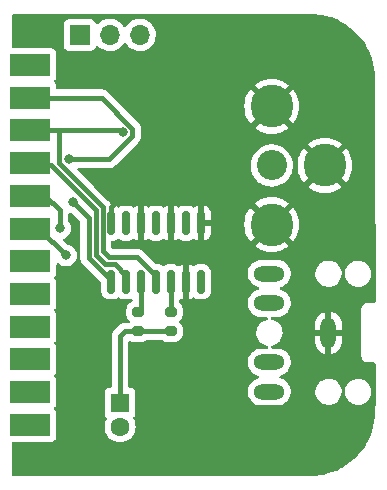
<source format=gbl>
G04 #@! TF.GenerationSoftware,KiCad,Pcbnew,(6.0.0)*
G04 #@! TF.CreationDate,2022-11-09T00:51:05-05:00*
G04 #@! TF.ProjectId,Arrington 4 voice equivalent SMD,41727269-6e67-4746-9f6e-203420766f69,rev?*
G04 #@! TF.SameCoordinates,Original*
G04 #@! TF.FileFunction,Copper,L2,Bot*
G04 #@! TF.FilePolarity,Positive*
%FSLAX46Y46*%
G04 Gerber Fmt 4.6, Leading zero omitted, Abs format (unit mm)*
G04 Created by KiCad (PCBNEW (6.0.0)) date 2022-11-09 00:51:05*
%MOMM*%
%LPD*%
G01*
G04 APERTURE LIST*
G04 Aperture macros list*
%AMRoundRect*
0 Rectangle with rounded corners*
0 $1 Rounding radius*
0 $2 $3 $4 $5 $6 $7 $8 $9 X,Y pos of 4 corners*
0 Add a 4 corners polygon primitive as box body*
4,1,4,$2,$3,$4,$5,$6,$7,$8,$9,$2,$3,0*
0 Add four circle primitives for the rounded corners*
1,1,$1+$1,$2,$3*
1,1,$1+$1,$4,$5*
1,1,$1+$1,$6,$7*
1,1,$1+$1,$8,$9*
0 Add four rect primitives between the rounded corners*
20,1,$1+$1,$2,$3,$4,$5,0*
20,1,$1+$1,$4,$5,$6,$7,0*
20,1,$1+$1,$6,$7,$8,$9,0*
20,1,$1+$1,$8,$9,$2,$3,0*%
G04 Aperture macros list end*
G04 #@! TA.AperFunction,ComponentPad*
%ADD10C,3.616000*%
G04 #@! TD*
G04 #@! TA.AperFunction,ComponentPad*
%ADD11C,2.550000*%
G04 #@! TD*
G04 #@! TA.AperFunction,ComponentPad*
%ADD12O,1.308000X2.616000*%
G04 #@! TD*
G04 #@! TA.AperFunction,ComponentPad*
%ADD13O,2.616000X1.308000*%
G04 #@! TD*
G04 #@! TA.AperFunction,SMDPad,CuDef*
%ADD14R,3.480000X1.846667*%
G04 #@! TD*
G04 #@! TA.AperFunction,ComponentPad*
%ADD15R,1.700000X1.700000*%
G04 #@! TD*
G04 #@! TA.AperFunction,ComponentPad*
%ADD16O,1.700000X1.700000*%
G04 #@! TD*
G04 #@! TA.AperFunction,ComponentPad*
%ADD17R,1.600000X1.600000*%
G04 #@! TD*
G04 #@! TA.AperFunction,ComponentPad*
%ADD18C,1.600000*%
G04 #@! TD*
G04 #@! TA.AperFunction,SMDPad,CuDef*
%ADD19RoundRect,0.200000X0.275000X-0.200000X0.275000X0.200000X-0.275000X0.200000X-0.275000X-0.200000X0*%
G04 #@! TD*
G04 #@! TA.AperFunction,SMDPad,CuDef*
%ADD20RoundRect,0.150000X-0.150000X0.825000X-0.150000X-0.825000X0.150000X-0.825000X0.150000X0.825000X0*%
G04 #@! TD*
G04 #@! TA.AperFunction,ViaPad*
%ADD21C,0.800000*%
G04 #@! TD*
G04 #@! TA.AperFunction,Conductor*
%ADD22C,0.400000*%
G04 #@! TD*
G04 APERTURE END LIST*
D10*
X132226000Y-71802000D03*
X132226000Y-61802000D03*
X136726000Y-66802000D03*
D11*
X132226000Y-66802000D03*
D12*
X137028000Y-80962500D03*
D13*
X132028000Y-75962500D03*
X132028000Y-85962500D03*
X132028000Y-78462500D03*
X132028000Y-83462500D03*
D14*
X111737500Y-58298000D03*
X111737500Y-61068000D03*
X111737500Y-63838000D03*
X111737500Y-66608000D03*
X111737500Y-69378000D03*
X111737500Y-72148000D03*
X111737500Y-74918000D03*
X111737500Y-77688000D03*
X111737500Y-80458000D03*
X111737500Y-83228000D03*
X111737500Y-85998000D03*
X111737500Y-88768000D03*
D15*
X115966000Y-55753000D03*
D16*
X118506000Y-55753000D03*
X121046000Y-55753000D03*
D17*
X119380000Y-86928888D03*
D18*
X119380000Y-88928888D03*
D19*
X123698000Y-80835000D03*
X123698000Y-79185000D03*
X120904000Y-80835000D03*
X120904000Y-79185000D03*
D20*
X118618000Y-71693000D03*
X119888000Y-71693000D03*
X121158000Y-71693000D03*
X122428000Y-71693000D03*
X123698000Y-71693000D03*
X124968000Y-71693000D03*
X126238000Y-71693000D03*
X126238000Y-76643000D03*
X124968000Y-76643000D03*
X123698000Y-76643000D03*
X122428000Y-76643000D03*
X121158000Y-76643000D03*
X119888000Y-76643000D03*
X118618000Y-76643000D03*
D21*
X126238000Y-74168000D03*
X115062000Y-66294000D03*
X115391699Y-69925699D03*
X119634000Y-64008000D03*
X114300000Y-72136000D03*
X114808000Y-74422000D03*
D22*
X118618000Y-70358000D02*
X119380000Y-69596000D01*
X118618000Y-71693000D02*
X118618000Y-70358000D01*
X119825000Y-80835000D02*
X119380000Y-81280000D01*
X120904000Y-80835000D02*
X123698000Y-80835000D01*
X120904000Y-80835000D02*
X119825000Y-80835000D01*
X119380000Y-81280000D02*
X119380000Y-86928888D01*
X120433511Y-63676831D02*
X120433511Y-64339169D01*
X120433511Y-64339169D02*
X118478680Y-66294000D01*
X117824680Y-61068000D02*
X120433511Y-63676831D01*
X118618000Y-76539850D02*
X118618000Y-76643000D01*
X115391699Y-69925699D02*
X116719440Y-71253440D01*
X116719440Y-71253440D02*
X116719440Y-74641290D01*
X118478680Y-66294000D02*
X115062000Y-66294000D01*
X116719440Y-74641290D02*
X118618000Y-76539850D01*
X111737500Y-61068000D02*
X117824680Y-61068000D01*
X122428000Y-76160862D02*
X122428000Y-76643000D01*
X114216000Y-66632150D02*
X117918480Y-70334630D01*
X119464000Y-63838000D02*
X114216000Y-63838000D01*
X114216000Y-63838000D02*
X111737500Y-63838000D01*
X114216000Y-63838000D02*
X114216000Y-66632150D01*
X118455520Y-74584480D02*
X120851618Y-74584480D01*
X117918480Y-70334630D02*
X117918480Y-74047440D01*
X120851618Y-74584480D02*
X122428000Y-76160862D01*
X117918480Y-74047440D02*
X118455520Y-74584480D01*
X119634000Y-64008000D02*
X119464000Y-63838000D01*
X113538000Y-66802000D02*
X117318960Y-70582960D01*
X117318960Y-74392960D02*
X118110000Y-75184000D01*
X117318960Y-70582960D02*
X117318960Y-74392960D01*
X111737500Y-66608000D02*
X111931500Y-66802000D01*
X119888000Y-76160862D02*
X119888000Y-76643000D01*
X118911138Y-75184000D02*
X119888000Y-76160862D01*
X111931500Y-66802000D02*
X113538000Y-66802000D01*
X118110000Y-75184000D02*
X118911138Y-75184000D01*
X113066000Y-69378000D02*
X111737500Y-69378000D01*
X114300000Y-70612000D02*
X113066000Y-69378000D01*
X114300000Y-72136000D02*
X114300000Y-70612000D01*
X112534000Y-72148000D02*
X114808000Y-74422000D01*
X111737500Y-72148000D02*
X112534000Y-72148000D01*
X123698000Y-76643000D02*
X123698000Y-79185000D01*
X121158000Y-76643000D02*
X121158000Y-78931000D01*
X121158000Y-78931000D02*
X120904000Y-79185000D01*
G04 #@! TA.AperFunction,Conductor*
G36*
X135482057Y-53976500D02*
G01*
X135496858Y-53978805D01*
X135496861Y-53978805D01*
X135505730Y-53980186D01*
X135526639Y-53977452D01*
X135548176Y-53976496D01*
X135735261Y-53984234D01*
X135957760Y-53993437D01*
X135968138Y-53994297D01*
X136242263Y-54028466D01*
X136405682Y-54048837D01*
X136415947Y-54050549D01*
X136530388Y-54074545D01*
X136847491Y-54141035D01*
X136857586Y-54143591D01*
X137280194Y-54269407D01*
X137290036Y-54272785D01*
X137700830Y-54433078D01*
X137710329Y-54437245D01*
X138079246Y-54617598D01*
X138106466Y-54630905D01*
X138115622Y-54635860D01*
X138274499Y-54730530D01*
X138494403Y-54861564D01*
X138503122Y-54867260D01*
X138861971Y-55123474D01*
X138870189Y-55129870D01*
X139206668Y-55414853D01*
X139214329Y-55421907D01*
X139526093Y-55733671D01*
X139533147Y-55741332D01*
X139818130Y-56077811D01*
X139824526Y-56086029D01*
X140080740Y-56444878D01*
X140086436Y-56453597D01*
X140312139Y-56832376D01*
X140317094Y-56841532D01*
X140457122Y-57127962D01*
X140510751Y-57237662D01*
X140514922Y-57247170D01*
X140623541Y-57525535D01*
X140675212Y-57657956D01*
X140678593Y-57667806D01*
X140804409Y-58090414D01*
X140806965Y-58100509D01*
X140897450Y-58532050D01*
X140899164Y-58542322D01*
X140953703Y-58979862D01*
X140954563Y-58990240D01*
X140971195Y-59392361D01*
X140969803Y-59416951D01*
X140969196Y-59420853D01*
X140967814Y-59429730D01*
X140968978Y-59438631D01*
X140968978Y-59438636D01*
X140972063Y-59462223D01*
X140973126Y-59478180D01*
X141000672Y-68578133D01*
X141019734Y-74875118D01*
X141019999Y-74962803D01*
X141020000Y-74963184D01*
X141020000Y-78328500D01*
X140999998Y-78396621D01*
X140946342Y-78443114D01*
X140894000Y-78454500D01*
X140336702Y-78454500D01*
X140335932Y-78454498D01*
X140335078Y-78454493D01*
X140258348Y-78454024D01*
X140249719Y-78456490D01*
X140249714Y-78456491D01*
X140229952Y-78462139D01*
X140213191Y-78465717D01*
X140192848Y-78468630D01*
X140192838Y-78468633D01*
X140183955Y-78469905D01*
X140160605Y-78480521D01*
X140143093Y-78486964D01*
X140130200Y-78490649D01*
X140118435Y-78494012D01*
X140093452Y-78509774D01*
X140078386Y-78517904D01*
X140051490Y-78530133D01*
X140032061Y-78546874D01*
X140017053Y-78557979D01*
X139995369Y-78571660D01*
X139989427Y-78578388D01*
X139975819Y-78593796D01*
X139963627Y-78605840D01*
X139941253Y-78625119D01*
X139936374Y-78632647D01*
X139936371Y-78632650D01*
X139927304Y-78646639D01*
X139916014Y-78661513D01*
X139899044Y-78680728D01*
X139886490Y-78707466D01*
X139878176Y-78722435D01*
X139862107Y-78747227D01*
X139859535Y-78755827D01*
X139854761Y-78771790D01*
X139848099Y-78789236D01*
X139837201Y-78812448D01*
X139835820Y-78821321D01*
X139832658Y-78841628D01*
X139828874Y-78858349D01*
X139822986Y-78878036D01*
X139822985Y-78878039D01*
X139820413Y-78886641D01*
X139820358Y-78895616D01*
X139820358Y-78895617D01*
X139820203Y-78921046D01*
X139820170Y-78921828D01*
X139820000Y-78922923D01*
X139820000Y-78953798D01*
X139819998Y-78954568D01*
X139819524Y-79032152D01*
X139819908Y-79033496D01*
X139820000Y-79034841D01*
X139820000Y-82953798D01*
X139819998Y-82954568D01*
X139819524Y-83032152D01*
X139821990Y-83040781D01*
X139821991Y-83040786D01*
X139827639Y-83060548D01*
X139831217Y-83077309D01*
X139834130Y-83097652D01*
X139834133Y-83097662D01*
X139835405Y-83106545D01*
X139846021Y-83129895D01*
X139852464Y-83147407D01*
X139859512Y-83172065D01*
X139875274Y-83197048D01*
X139883404Y-83212114D01*
X139895633Y-83239010D01*
X139912374Y-83258439D01*
X139923479Y-83273447D01*
X139937160Y-83295131D01*
X139943888Y-83301073D01*
X139959296Y-83314681D01*
X139971340Y-83326873D01*
X139990619Y-83349247D01*
X139998147Y-83354126D01*
X139998150Y-83354129D01*
X140012139Y-83363196D01*
X140027013Y-83374486D01*
X140046228Y-83391456D01*
X140054354Y-83395271D01*
X140054355Y-83395272D01*
X140060021Y-83397932D01*
X140072966Y-83404010D01*
X140087935Y-83412324D01*
X140112727Y-83428393D01*
X140121327Y-83430965D01*
X140137290Y-83435739D01*
X140154736Y-83442401D01*
X140177948Y-83453299D01*
X140207130Y-83457843D01*
X140223849Y-83461626D01*
X140243536Y-83467514D01*
X140243539Y-83467515D01*
X140252141Y-83470087D01*
X140261116Y-83470142D01*
X140261117Y-83470142D01*
X140267810Y-83470183D01*
X140286556Y-83470297D01*
X140287328Y-83470330D01*
X140288423Y-83470500D01*
X140319298Y-83470500D01*
X140320068Y-83470502D01*
X140393716Y-83470952D01*
X140393717Y-83470952D01*
X140397652Y-83470976D01*
X140398996Y-83470592D01*
X140400341Y-83470500D01*
X140894000Y-83470500D01*
X140962121Y-83490502D01*
X141008614Y-83544158D01*
X141020000Y-83596500D01*
X141020000Y-86940198D01*
X141019689Y-86949048D01*
X140982206Y-87481406D01*
X140976165Y-87567200D01*
X140974978Y-87577721D01*
X140967814Y-87623730D01*
X140970548Y-87644639D01*
X140971504Y-87666179D01*
X140954563Y-88075760D01*
X140953703Y-88086138D01*
X140899164Y-88523678D01*
X140897450Y-88533950D01*
X140806965Y-88965491D01*
X140804409Y-88975586D01*
X140678593Y-89398194D01*
X140675215Y-89408036D01*
X140514922Y-89818830D01*
X140510755Y-89828329D01*
X140347060Y-90163172D01*
X140317095Y-90224466D01*
X140312139Y-90233624D01*
X140086436Y-90612403D01*
X140080740Y-90621122D01*
X139824526Y-90979971D01*
X139818130Y-90988189D01*
X139533147Y-91324668D01*
X139526093Y-91332329D01*
X139214329Y-91644093D01*
X139206668Y-91651147D01*
X138870189Y-91936130D01*
X138861971Y-91942526D01*
X138503122Y-92198740D01*
X138494403Y-92204436D01*
X138197587Y-92381300D01*
X138115624Y-92430139D01*
X138106468Y-92435094D01*
X137710329Y-92628755D01*
X137700830Y-92632922D01*
X137290036Y-92793215D01*
X137280194Y-92796593D01*
X136857586Y-92922409D01*
X136847491Y-92924965D01*
X136559770Y-92985294D01*
X136415947Y-93015451D01*
X136405682Y-93017163D01*
X136242263Y-93037534D01*
X135968138Y-93071703D01*
X135957760Y-93072563D01*
X135555639Y-93089195D01*
X135531049Y-93087803D01*
X135527147Y-93087196D01*
X135527145Y-93087196D01*
X135518270Y-93085814D01*
X135509368Y-93086978D01*
X135509365Y-93086978D01*
X135486749Y-93089936D01*
X135470411Y-93091000D01*
X110362000Y-93091000D01*
X110293879Y-93070998D01*
X110247386Y-93017342D01*
X110236000Y-92965000D01*
X110236000Y-90325833D01*
X110256002Y-90257712D01*
X110309658Y-90211219D01*
X110362000Y-90199833D01*
X113525634Y-90199833D01*
X113587816Y-90193078D01*
X113724205Y-90141948D01*
X113840761Y-90054594D01*
X113928115Y-89938038D01*
X113979245Y-89801649D01*
X113986000Y-89739467D01*
X113986000Y-87796533D01*
X113979245Y-87734351D01*
X113928115Y-87597962D01*
X113840761Y-87481406D01*
X113833581Y-87476025D01*
X113829651Y-87472095D01*
X113795625Y-87409783D01*
X113800690Y-87338968D01*
X113829651Y-87293905D01*
X113833581Y-87289975D01*
X113840761Y-87284594D01*
X113928115Y-87168038D01*
X113979245Y-87031649D01*
X113986000Y-86969467D01*
X113986000Y-85026533D01*
X113979245Y-84964351D01*
X113928115Y-84827962D01*
X113840761Y-84711406D01*
X113833581Y-84706025D01*
X113829651Y-84702095D01*
X113795625Y-84639783D01*
X113800690Y-84568968D01*
X113829651Y-84523905D01*
X113833581Y-84519975D01*
X113840761Y-84514594D01*
X113928115Y-84398038D01*
X113979245Y-84261649D01*
X113986000Y-84199467D01*
X113986000Y-82256533D01*
X113979245Y-82194351D01*
X113928115Y-82057962D01*
X113840761Y-81941406D01*
X113833581Y-81936025D01*
X113829651Y-81932095D01*
X113795625Y-81869783D01*
X113800690Y-81798968D01*
X113829651Y-81753905D01*
X113833581Y-81749975D01*
X113840761Y-81744594D01*
X113928115Y-81628038D01*
X113979245Y-81491649D01*
X113986000Y-81429467D01*
X113986000Y-79486533D01*
X113979245Y-79424351D01*
X113928115Y-79287962D01*
X113840761Y-79171406D01*
X113833581Y-79166025D01*
X113829651Y-79162095D01*
X113795625Y-79099783D01*
X113800690Y-79028968D01*
X113829651Y-78983905D01*
X113833581Y-78979975D01*
X113840761Y-78974594D01*
X113928115Y-78858038D01*
X113979245Y-78721649D01*
X113986000Y-78659467D01*
X113986000Y-76716533D01*
X113979245Y-76654351D01*
X113928115Y-76517962D01*
X113840761Y-76401406D01*
X113833581Y-76396025D01*
X113829651Y-76392095D01*
X113795625Y-76329783D01*
X113800690Y-76258968D01*
X113829651Y-76213905D01*
X113833581Y-76209975D01*
X113840761Y-76204594D01*
X113928115Y-76088038D01*
X113979245Y-75951649D01*
X113986000Y-75889467D01*
X113986000Y-75193180D01*
X114006002Y-75125059D01*
X114059658Y-75078566D01*
X114129932Y-75068462D01*
X114195008Y-75098934D01*
X114196747Y-75100866D01*
X114202089Y-75104747D01*
X114202091Y-75104749D01*
X114345906Y-75209237D01*
X114351248Y-75213118D01*
X114357276Y-75215802D01*
X114357278Y-75215803D01*
X114504253Y-75281240D01*
X114525712Y-75290794D01*
X114604778Y-75307600D01*
X114706056Y-75329128D01*
X114706061Y-75329128D01*
X114712513Y-75330500D01*
X114903487Y-75330500D01*
X114909939Y-75329128D01*
X114909944Y-75329128D01*
X115011222Y-75307600D01*
X115090288Y-75290794D01*
X115111747Y-75281240D01*
X115258722Y-75215803D01*
X115258724Y-75215802D01*
X115264752Y-75213118D01*
X115270620Y-75208855D01*
X115338285Y-75159693D01*
X115419253Y-75100866D01*
X115430280Y-75088619D01*
X115542621Y-74963852D01*
X115542622Y-74963851D01*
X115547040Y-74958944D01*
X115617126Y-74837552D01*
X115639223Y-74799279D01*
X115639224Y-74799278D01*
X115642527Y-74793556D01*
X115701542Y-74611928D01*
X115721504Y-74422000D01*
X115701542Y-74232072D01*
X115642527Y-74050444D01*
X115639205Y-74044689D01*
X115595792Y-73969497D01*
X115547040Y-73885056D01*
X115535844Y-73872621D01*
X115423675Y-73748045D01*
X115423674Y-73748044D01*
X115419253Y-73743134D01*
X115264752Y-73630882D01*
X115258724Y-73628198D01*
X115258722Y-73628197D01*
X115096319Y-73555891D01*
X115096318Y-73555891D01*
X115090288Y-73553206D01*
X114937433Y-73520716D01*
X114874536Y-73486565D01*
X114580786Y-73192815D01*
X114546761Y-73130503D01*
X114551825Y-73059688D01*
X114594372Y-73002852D01*
X114618632Y-72988613D01*
X114750722Y-72929803D01*
X114750724Y-72929802D01*
X114756752Y-72927118D01*
X114911253Y-72814866D01*
X115039040Y-72672944D01*
X115134527Y-72507556D01*
X115193542Y-72325928D01*
X115209848Y-72170790D01*
X115212814Y-72142565D01*
X115213504Y-72136000D01*
X115209808Y-72100832D01*
X115194232Y-71952635D01*
X115194232Y-71952633D01*
X115193542Y-71946072D01*
X115134527Y-71764444D01*
X115039040Y-71599056D01*
X115034621Y-71594148D01*
X115032564Y-71591317D01*
X115008705Y-71524449D01*
X115008500Y-71517256D01*
X115008500Y-70928641D01*
X115028502Y-70860520D01*
X115082158Y-70814027D01*
X115152432Y-70803923D01*
X115160698Y-70805395D01*
X115262268Y-70826985D01*
X115325166Y-70861136D01*
X115974036Y-71510007D01*
X116008061Y-71572319D01*
X116010940Y-71599102D01*
X116010940Y-74612378D01*
X116010648Y-74620948D01*
X116006715Y-74678642D01*
X116008020Y-74686119D01*
X116008020Y-74686120D01*
X116017701Y-74741589D01*
X116018663Y-74748111D01*
X116026338Y-74811532D01*
X116029021Y-74818633D01*
X116029662Y-74821242D01*
X116034125Y-74837552D01*
X116034890Y-74840088D01*
X116036197Y-74847574D01*
X116039251Y-74854531D01*
X116061882Y-74906085D01*
X116064375Y-74912194D01*
X116083895Y-74963852D01*
X116086953Y-74971946D01*
X116091257Y-74978209D01*
X116092494Y-74980575D01*
X116100739Y-74995387D01*
X116102072Y-74997641D01*
X116105125Y-75004595D01*
X116109747Y-75010618D01*
X116144019Y-75055281D01*
X116147899Y-75060622D01*
X116179779Y-75107010D01*
X116179784Y-75107015D01*
X116184083Y-75113271D01*
X116189753Y-75118322D01*
X116189754Y-75118324D01*
X116230610Y-75154725D01*
X116235886Y-75159706D01*
X117772595Y-76696416D01*
X117806621Y-76758728D01*
X117809500Y-76785511D01*
X117809500Y-77534502D01*
X117812438Y-77571831D01*
X117858855Y-77731601D01*
X117862892Y-77738427D01*
X117939509Y-77867980D01*
X117939511Y-77867983D01*
X117943547Y-77874807D01*
X118061193Y-77992453D01*
X118068017Y-77996489D01*
X118068020Y-77996491D01*
X118175589Y-78060107D01*
X118204399Y-78077145D01*
X118212010Y-78079356D01*
X118212012Y-78079357D01*
X118239625Y-78087379D01*
X118364169Y-78123562D01*
X118370574Y-78124066D01*
X118370579Y-78124067D01*
X118399042Y-78126307D01*
X118399050Y-78126307D01*
X118401498Y-78126500D01*
X118834502Y-78126500D01*
X118836950Y-78126307D01*
X118836958Y-78126307D01*
X118865421Y-78124067D01*
X118865426Y-78124066D01*
X118871831Y-78123562D01*
X118996375Y-78087379D01*
X119023988Y-78079357D01*
X119023990Y-78079356D01*
X119031601Y-78077145D01*
X119174807Y-77992453D01*
X119177489Y-77989771D01*
X119241861Y-77964498D01*
X119311484Y-77978400D01*
X119327312Y-77988572D01*
X119331193Y-77992453D01*
X119474399Y-78077145D01*
X119482010Y-78079356D01*
X119482012Y-78079357D01*
X119509625Y-78087379D01*
X119634169Y-78123562D01*
X119640574Y-78124066D01*
X119640579Y-78124067D01*
X119669042Y-78126307D01*
X119669050Y-78126307D01*
X119671498Y-78126500D01*
X120104502Y-78126500D01*
X120106950Y-78126307D01*
X120106958Y-78126307D01*
X120135421Y-78124067D01*
X120135426Y-78124066D01*
X120141831Y-78123562D01*
X120148007Y-78121768D01*
X120148011Y-78121767D01*
X120288348Y-78080996D01*
X120359344Y-78081199D01*
X120418960Y-78119753D01*
X120448268Y-78184418D01*
X120449500Y-78201993D01*
X120449500Y-78206184D01*
X120429498Y-78274305D01*
X120375842Y-78320798D01*
X120361186Y-78326416D01*
X120335301Y-78334528D01*
X120188619Y-78423361D01*
X120067361Y-78544619D01*
X119978528Y-78691301D01*
X119976257Y-78698548D01*
X119976256Y-78698550D01*
X119961002Y-78747227D01*
X119927247Y-78854938D01*
X119920500Y-78928365D01*
X119920501Y-79441634D01*
X119920764Y-79444492D01*
X119920764Y-79444501D01*
X119921999Y-79457940D01*
X119927247Y-79515062D01*
X119929246Y-79521440D01*
X119929246Y-79521441D01*
X119970088Y-79651766D01*
X119978528Y-79678699D01*
X120067361Y-79825381D01*
X120153385Y-79911405D01*
X120187411Y-79973717D01*
X120182346Y-80044532D01*
X120139799Y-80101368D01*
X120073279Y-80126179D01*
X120064290Y-80126500D01*
X119853912Y-80126500D01*
X119845342Y-80126208D01*
X119795224Y-80122791D01*
X119795220Y-80122791D01*
X119787648Y-80122275D01*
X119780171Y-80123580D01*
X119780170Y-80123580D01*
X119753692Y-80128201D01*
X119724697Y-80133262D01*
X119718179Y-80134223D01*
X119654758Y-80141898D01*
X119647657Y-80144581D01*
X119645048Y-80145222D01*
X119628738Y-80149685D01*
X119626202Y-80150450D01*
X119618716Y-80151757D01*
X119608814Y-80156104D01*
X119560205Y-80177442D01*
X119554101Y-80179933D01*
X119494344Y-80202513D01*
X119488081Y-80206817D01*
X119485715Y-80208054D01*
X119470903Y-80216299D01*
X119468649Y-80217632D01*
X119461695Y-80220685D01*
X119410998Y-80259587D01*
X119405668Y-80263459D01*
X119359280Y-80295339D01*
X119359275Y-80295344D01*
X119353019Y-80299643D01*
X119347968Y-80305313D01*
X119347966Y-80305314D01*
X119311565Y-80346170D01*
X119306584Y-80351446D01*
X118899480Y-80758550D01*
X118893215Y-80764404D01*
X118849615Y-80802439D01*
X118845248Y-80808653D01*
X118812872Y-80854719D01*
X118808939Y-80860014D01*
X118769524Y-80910282D01*
X118766401Y-80917198D01*
X118765017Y-80919484D01*
X118756643Y-80934165D01*
X118755378Y-80936525D01*
X118751010Y-80942739D01*
X118748250Y-80949818D01*
X118748249Y-80949820D01*
X118727798Y-81002275D01*
X118725247Y-81008344D01*
X118698955Y-81066573D01*
X118697571Y-81074040D01*
X118696770Y-81076595D01*
X118692141Y-81092848D01*
X118691478Y-81095428D01*
X118688718Y-81102509D01*
X118687727Y-81110040D01*
X118687726Y-81110042D01*
X118680379Y-81165852D01*
X118679348Y-81172359D01*
X118667704Y-81235186D01*
X118668141Y-81242766D01*
X118668141Y-81242767D01*
X118671291Y-81297392D01*
X118671500Y-81304646D01*
X118671500Y-85494388D01*
X118651498Y-85562509D01*
X118597842Y-85609002D01*
X118545500Y-85620388D01*
X118531866Y-85620388D01*
X118469684Y-85627143D01*
X118333295Y-85678273D01*
X118216739Y-85765627D01*
X118129385Y-85882183D01*
X118078255Y-86018572D01*
X118071500Y-86080754D01*
X118071500Y-87777022D01*
X118078255Y-87839204D01*
X118129385Y-87975593D01*
X118216739Y-88092149D01*
X118223919Y-88097530D01*
X118230269Y-88103880D01*
X118228029Y-88106120D01*
X118261171Y-88150453D01*
X118266190Y-88221272D01*
X118248051Y-88262678D01*
X118248383Y-88262869D01*
X118246661Y-88265852D01*
X118246296Y-88266685D01*
X118242477Y-88272139D01*
X118240154Y-88277121D01*
X118240151Y-88277126D01*
X118148039Y-88474663D01*
X118145716Y-88479645D01*
X118144294Y-88484953D01*
X118144293Y-88484955D01*
X118087881Y-88695486D01*
X118086457Y-88700801D01*
X118066502Y-88928888D01*
X118086457Y-89156975D01*
X118145716Y-89378131D01*
X118148039Y-89383112D01*
X118148039Y-89383113D01*
X118240151Y-89580650D01*
X118240154Y-89580655D01*
X118242477Y-89585637D01*
X118245634Y-89590145D01*
X118347798Y-89736050D01*
X118373802Y-89773188D01*
X118535700Y-89935086D01*
X118540208Y-89938243D01*
X118540211Y-89938245D01*
X118618389Y-89992986D01*
X118723251Y-90066411D01*
X118728233Y-90068734D01*
X118728238Y-90068737D01*
X118892001Y-90145100D01*
X118930757Y-90163172D01*
X118936065Y-90164594D01*
X118936067Y-90164595D01*
X119146598Y-90221007D01*
X119146600Y-90221007D01*
X119151913Y-90222431D01*
X119380000Y-90242386D01*
X119608087Y-90222431D01*
X119613400Y-90221007D01*
X119613402Y-90221007D01*
X119823933Y-90164595D01*
X119823935Y-90164594D01*
X119829243Y-90163172D01*
X119867999Y-90145100D01*
X120031762Y-90068737D01*
X120031767Y-90068734D01*
X120036749Y-90066411D01*
X120141611Y-89992986D01*
X120219789Y-89938245D01*
X120219792Y-89938243D01*
X120224300Y-89935086D01*
X120386198Y-89773188D01*
X120412203Y-89736050D01*
X120514366Y-89590145D01*
X120517523Y-89585637D01*
X120519846Y-89580655D01*
X120519849Y-89580650D01*
X120611961Y-89383113D01*
X120611961Y-89383112D01*
X120614284Y-89378131D01*
X120673543Y-89156975D01*
X120693498Y-88928888D01*
X120673543Y-88700801D01*
X120672119Y-88695486D01*
X120615707Y-88484955D01*
X120615706Y-88484953D01*
X120614284Y-88479645D01*
X120611961Y-88474663D01*
X120519849Y-88277126D01*
X120519846Y-88277121D01*
X120517523Y-88272139D01*
X120513705Y-88266686D01*
X120513541Y-88266202D01*
X120511617Y-88262869D01*
X120512287Y-88262482D01*
X120491012Y-88199414D01*
X120508293Y-88130553D01*
X120531002Y-88105151D01*
X120529731Y-88103880D01*
X120536081Y-88097530D01*
X120543261Y-88092149D01*
X120630615Y-87975593D01*
X120681745Y-87839204D01*
X120688500Y-87777022D01*
X120688500Y-86080754D01*
X120685604Y-86054099D01*
X130210119Y-86054099D01*
X130211098Y-86059796D01*
X130211098Y-86059797D01*
X130245322Y-86258969D01*
X130246301Y-86264666D01*
X130320250Y-86465113D01*
X130323202Y-86470074D01*
X130323202Y-86470075D01*
X130351469Y-86517587D01*
X130429489Y-86648728D01*
X130433295Y-86653068D01*
X130433298Y-86653072D01*
X130534874Y-86768896D01*
X130570360Y-86809360D01*
X130738145Y-86941631D01*
X130743256Y-86944320D01*
X130743259Y-86944322D01*
X130791052Y-86969467D01*
X130927225Y-87041111D01*
X130932746Y-87042825D01*
X130932750Y-87042827D01*
X131125752Y-87102756D01*
X131125757Y-87102757D01*
X131131267Y-87104468D01*
X131161718Y-87108072D01*
X131301055Y-87124564D01*
X131301061Y-87124564D01*
X131304742Y-87125000D01*
X132736196Y-87125000D01*
X132846140Y-87114897D01*
X132889001Y-87110959D01*
X132889003Y-87110959D01*
X132894756Y-87110430D01*
X133038617Y-87069857D01*
X133094828Y-87054004D01*
X133094830Y-87054003D01*
X133100387Y-87052436D01*
X133105563Y-87049884D01*
X133105567Y-87049882D01*
X133286826Y-86960495D01*
X133292007Y-86957940D01*
X133298137Y-86953363D01*
X133458573Y-86833560D01*
X133458574Y-86833559D01*
X133463197Y-86830107D01*
X133479070Y-86812936D01*
X133604305Y-86677457D01*
X133604307Y-86677454D01*
X133608224Y-86673217D01*
X133722232Y-86492525D01*
X133801403Y-86294082D01*
X133802528Y-86288425D01*
X133802530Y-86288419D01*
X133841957Y-86090203D01*
X133841957Y-86090199D01*
X133843084Y-86084535D01*
X133843483Y-86054099D01*
X133845394Y-85908104D01*
X135915787Y-85908104D01*
X135925567Y-86119399D01*
X135926971Y-86125224D01*
X135926971Y-86125225D01*
X135967666Y-86294082D01*
X135975125Y-86325034D01*
X135977607Y-86330492D01*
X135977608Y-86330496D01*
X136021053Y-86426046D01*
X136062674Y-86517587D01*
X136185054Y-86690111D01*
X136337850Y-86836381D01*
X136515548Y-86951120D01*
X136542034Y-86961794D01*
X136706168Y-87027942D01*
X136706171Y-87027943D01*
X136711737Y-87030186D01*
X136919337Y-87070728D01*
X136924899Y-87071000D01*
X137080846Y-87071000D01*
X137238566Y-87055952D01*
X137441534Y-86996408D01*
X137487248Y-86972864D01*
X137624249Y-86902304D01*
X137624252Y-86902302D01*
X137629580Y-86899558D01*
X137795920Y-86768896D01*
X137799852Y-86764365D01*
X137799855Y-86764362D01*
X137930621Y-86613667D01*
X137934552Y-86609137D01*
X137937552Y-86603951D01*
X137937555Y-86603947D01*
X138037467Y-86431242D01*
X138040473Y-86426046D01*
X138109861Y-86226229D01*
X138140213Y-86016896D01*
X138135177Y-85908104D01*
X138415787Y-85908104D01*
X138425567Y-86119399D01*
X138426971Y-86125224D01*
X138426971Y-86125225D01*
X138467666Y-86294082D01*
X138475125Y-86325034D01*
X138477607Y-86330492D01*
X138477608Y-86330496D01*
X138521053Y-86426046D01*
X138562674Y-86517587D01*
X138685054Y-86690111D01*
X138837850Y-86836381D01*
X139015548Y-86951120D01*
X139042034Y-86961794D01*
X139206168Y-87027942D01*
X139206171Y-87027943D01*
X139211737Y-87030186D01*
X139419337Y-87070728D01*
X139424899Y-87071000D01*
X139580846Y-87071000D01*
X139738566Y-87055952D01*
X139941534Y-86996408D01*
X139987248Y-86972864D01*
X140124249Y-86902304D01*
X140124252Y-86902302D01*
X140129580Y-86899558D01*
X140295920Y-86768896D01*
X140299852Y-86764365D01*
X140299855Y-86764362D01*
X140430621Y-86613667D01*
X140434552Y-86609137D01*
X140437552Y-86603951D01*
X140437555Y-86603947D01*
X140537467Y-86431242D01*
X140540473Y-86426046D01*
X140609861Y-86226229D01*
X140640213Y-86016896D01*
X140630433Y-85805601D01*
X140589699Y-85636581D01*
X140582281Y-85605799D01*
X140582280Y-85605797D01*
X140580875Y-85599966D01*
X140563845Y-85562509D01*
X140517185Y-85459887D01*
X140493326Y-85407413D01*
X140370946Y-85234889D01*
X140218150Y-85088619D01*
X140040452Y-84973880D01*
X139980354Y-84949660D01*
X139849832Y-84897058D01*
X139849829Y-84897057D01*
X139844263Y-84894814D01*
X139636663Y-84854272D01*
X139631101Y-84854000D01*
X139475154Y-84854000D01*
X139317434Y-84869048D01*
X139114466Y-84928592D01*
X139109139Y-84931336D01*
X139109138Y-84931336D01*
X138931751Y-85022696D01*
X138931748Y-85022698D01*
X138926420Y-85025442D01*
X138760080Y-85156104D01*
X138756148Y-85160635D01*
X138756145Y-85160638D01*
X138687474Y-85239775D01*
X138621448Y-85315863D01*
X138618448Y-85321049D01*
X138618445Y-85321053D01*
X138571312Y-85402526D01*
X138515527Y-85498954D01*
X138446139Y-85698771D01*
X138445278Y-85704706D01*
X138445278Y-85704708D01*
X138437226Y-85760246D01*
X138415787Y-85908104D01*
X138135177Y-85908104D01*
X138130433Y-85805601D01*
X138089699Y-85636581D01*
X138082281Y-85605799D01*
X138082280Y-85605797D01*
X138080875Y-85599966D01*
X138063845Y-85562509D01*
X138017185Y-85459887D01*
X137993326Y-85407413D01*
X137870946Y-85234889D01*
X137718150Y-85088619D01*
X137540452Y-84973880D01*
X137480354Y-84949660D01*
X137349832Y-84897058D01*
X137349829Y-84897057D01*
X137344263Y-84894814D01*
X137136663Y-84854272D01*
X137131101Y-84854000D01*
X136975154Y-84854000D01*
X136817434Y-84869048D01*
X136614466Y-84928592D01*
X136609139Y-84931336D01*
X136609138Y-84931336D01*
X136431751Y-85022696D01*
X136431748Y-85022698D01*
X136426420Y-85025442D01*
X136260080Y-85156104D01*
X136256148Y-85160635D01*
X136256145Y-85160638D01*
X136187474Y-85239775D01*
X136121448Y-85315863D01*
X136118448Y-85321049D01*
X136118445Y-85321053D01*
X136071312Y-85402526D01*
X136015527Y-85498954D01*
X135946139Y-85698771D01*
X135945278Y-85704706D01*
X135945278Y-85704708D01*
X135937226Y-85760246D01*
X135915787Y-85908104D01*
X133845394Y-85908104D01*
X133845881Y-85870901D01*
X133834661Y-85805601D01*
X133810678Y-85666031D01*
X133810678Y-85666030D01*
X133809699Y-85660334D01*
X133735750Y-85459887D01*
X133707777Y-85412868D01*
X133629467Y-85281240D01*
X133629465Y-85281237D01*
X133626511Y-85276272D01*
X133622705Y-85271932D01*
X133622702Y-85271928D01*
X133489447Y-85119981D01*
X133485640Y-85115640D01*
X133317855Y-84983369D01*
X133312744Y-84980680D01*
X133312741Y-84980678D01*
X133147354Y-84893664D01*
X133128775Y-84883889D01*
X132962115Y-84832140D01*
X132902994Y-84792839D01*
X132874503Y-84727809D01*
X132885693Y-84657700D01*
X132933010Y-84604770D01*
X132965281Y-84590540D01*
X133094828Y-84554004D01*
X133094830Y-84554003D01*
X133100387Y-84552436D01*
X133105563Y-84549884D01*
X133105567Y-84549882D01*
X133286826Y-84460495D01*
X133292007Y-84457940D01*
X133463197Y-84330107D01*
X133479070Y-84312936D01*
X133604305Y-84177457D01*
X133604307Y-84177454D01*
X133608224Y-84173217D01*
X133722232Y-83992525D01*
X133801403Y-83794082D01*
X133802528Y-83788425D01*
X133802530Y-83788419D01*
X133841957Y-83590203D01*
X133841957Y-83590199D01*
X133843084Y-83584535D01*
X133843483Y-83554099D01*
X133845032Y-83435739D01*
X133845881Y-83370901D01*
X133827775Y-83265527D01*
X133810678Y-83166031D01*
X133810678Y-83166030D01*
X133809699Y-83160334D01*
X133735750Y-82959887D01*
X133732391Y-82954241D01*
X133629467Y-82781240D01*
X133629465Y-82781237D01*
X133626511Y-82776272D01*
X133622705Y-82771932D01*
X133622702Y-82771928D01*
X133489447Y-82619981D01*
X133485640Y-82615640D01*
X133317855Y-82483369D01*
X133312744Y-82480680D01*
X133312741Y-82480678D01*
X133145569Y-82392725D01*
X133128775Y-82383889D01*
X133123254Y-82382175D01*
X133123250Y-82382173D01*
X132930248Y-82322244D01*
X132930243Y-82322243D01*
X132924733Y-82320532D01*
X132874360Y-82314570D01*
X132754945Y-82300436D01*
X132754939Y-82300436D01*
X132751258Y-82300000D01*
X132283774Y-82300000D01*
X132215653Y-82279998D01*
X132169160Y-82226342D01*
X132159056Y-82156068D01*
X132188550Y-82091488D01*
X132248305Y-82053095D01*
X132334044Y-82027942D01*
X132441534Y-81996408D01*
X132525111Y-81953363D01*
X132624249Y-81902304D01*
X132624252Y-81902302D01*
X132629580Y-81899558D01*
X132795920Y-81768896D01*
X132799852Y-81764365D01*
X132799855Y-81764362D01*
X132883666Y-81667778D01*
X135866000Y-81667778D01*
X135866266Y-81673567D01*
X135880034Y-81823408D01*
X135882132Y-81834729D01*
X135936962Y-82029143D01*
X135941087Y-82039890D01*
X136030434Y-82221065D01*
X136036446Y-82230874D01*
X136157304Y-82392725D01*
X136165011Y-82401285D01*
X136313349Y-82538407D01*
X136322474Y-82545408D01*
X136493320Y-82653204D01*
X136503564Y-82658424D01*
X136691197Y-82733282D01*
X136702226Y-82736549D01*
X136756232Y-82747291D01*
X136769106Y-82746139D01*
X136773074Y-82733853D01*
X137282000Y-82733853D01*
X137285806Y-82746815D01*
X137300722Y-82748751D01*
X137324339Y-82744693D01*
X137335459Y-82741713D01*
X137524981Y-82671795D01*
X137535359Y-82666845D01*
X137708967Y-82563559D01*
X137718276Y-82556795D01*
X137870157Y-82423600D01*
X137878067Y-82415265D01*
X138003132Y-82256621D01*
X138009403Y-82246964D01*
X138103454Y-82068202D01*
X138107862Y-82057559D01*
X138167765Y-81864643D01*
X138170155Y-81853399D01*
X138189564Y-81689415D01*
X138190000Y-81682012D01*
X138190000Y-81234615D01*
X138185525Y-81219376D01*
X138184135Y-81218171D01*
X138176452Y-81216500D01*
X137300115Y-81216500D01*
X137284876Y-81220975D01*
X137283671Y-81222365D01*
X137282000Y-81230048D01*
X137282000Y-82733853D01*
X136773074Y-82733853D01*
X136774000Y-82730984D01*
X136774000Y-81234615D01*
X136769525Y-81219376D01*
X136768135Y-81218171D01*
X136760452Y-81216500D01*
X135884115Y-81216500D01*
X135868876Y-81220975D01*
X135867671Y-81222365D01*
X135866000Y-81230048D01*
X135866000Y-81667778D01*
X132883666Y-81667778D01*
X132930621Y-81613667D01*
X132934552Y-81609137D01*
X132937552Y-81603951D01*
X132937555Y-81603947D01*
X133037467Y-81431242D01*
X133040473Y-81426046D01*
X133109861Y-81226229D01*
X133110855Y-81219376D01*
X133139352Y-81022836D01*
X133139352Y-81022833D01*
X133140213Y-81016896D01*
X133130433Y-80805601D01*
X133102666Y-80690385D01*
X135866000Y-80690385D01*
X135870475Y-80705624D01*
X135871865Y-80706829D01*
X135879548Y-80708500D01*
X136755885Y-80708500D01*
X136771124Y-80704025D01*
X136772329Y-80702635D01*
X136774000Y-80694952D01*
X136774000Y-80690385D01*
X137282000Y-80690385D01*
X137286475Y-80705624D01*
X137287865Y-80706829D01*
X137295548Y-80708500D01*
X138171885Y-80708500D01*
X138187124Y-80704025D01*
X138188329Y-80702635D01*
X138190000Y-80694952D01*
X138190000Y-80257222D01*
X138189734Y-80251433D01*
X138175966Y-80101592D01*
X138173868Y-80090271D01*
X138119038Y-79895857D01*
X138114913Y-79885110D01*
X138025566Y-79703935D01*
X138019554Y-79694126D01*
X137898696Y-79532275D01*
X137890989Y-79523715D01*
X137742651Y-79386593D01*
X137733526Y-79379592D01*
X137562680Y-79271796D01*
X137552436Y-79266576D01*
X137364803Y-79191718D01*
X137353774Y-79188451D01*
X137299768Y-79177709D01*
X137286894Y-79178861D01*
X137282000Y-79194016D01*
X137282000Y-80690385D01*
X136774000Y-80690385D01*
X136774000Y-79191147D01*
X136770194Y-79178185D01*
X136755278Y-79176249D01*
X136731661Y-79180307D01*
X136720541Y-79183287D01*
X136531019Y-79253205D01*
X136520641Y-79258155D01*
X136347033Y-79361441D01*
X136337724Y-79368205D01*
X136185843Y-79501400D01*
X136177933Y-79509735D01*
X136052868Y-79668379D01*
X136046597Y-79678036D01*
X135952546Y-79856798D01*
X135948138Y-79867441D01*
X135888235Y-80060357D01*
X135885845Y-80071601D01*
X135866436Y-80235585D01*
X135866000Y-80242988D01*
X135866000Y-80690385D01*
X133102666Y-80690385D01*
X133080875Y-80599966D01*
X133069751Y-80575499D01*
X132995806Y-80412868D01*
X132993326Y-80407413D01*
X132886788Y-80257222D01*
X132874412Y-80239775D01*
X132874411Y-80239774D01*
X132870946Y-80234889D01*
X132718150Y-80088619D01*
X132540452Y-79973880D01*
X132472858Y-79946639D01*
X132349832Y-79897058D01*
X132349829Y-79897057D01*
X132344263Y-79894814D01*
X132241083Y-79874664D01*
X132178059Y-79841976D01*
X132142712Y-79780404D01*
X132146265Y-79709496D01*
X132187589Y-79651766D01*
X132253565Y-79625541D01*
X132265233Y-79625000D01*
X132736196Y-79625000D01*
X132846140Y-79614897D01*
X132889001Y-79610959D01*
X132889003Y-79610959D01*
X132894756Y-79610430D01*
X133024771Y-79573762D01*
X133094828Y-79554004D01*
X133094830Y-79554003D01*
X133100387Y-79552436D01*
X133105563Y-79549884D01*
X133105567Y-79549882D01*
X133286826Y-79460495D01*
X133292007Y-79457940D01*
X133313844Y-79441634D01*
X133458573Y-79333560D01*
X133458574Y-79333559D01*
X133463197Y-79330107D01*
X133479070Y-79312936D01*
X133604305Y-79177457D01*
X133604307Y-79177454D01*
X133608224Y-79173217D01*
X133722232Y-78992525D01*
X133801403Y-78794082D01*
X133802528Y-78788425D01*
X133802530Y-78788419D01*
X133841957Y-78590203D01*
X133841957Y-78590199D01*
X133843084Y-78584535D01*
X133843165Y-78578388D01*
X133844786Y-78454500D01*
X133845881Y-78370901D01*
X133838238Y-78326418D01*
X133810678Y-78166031D01*
X133810678Y-78166030D01*
X133809699Y-78160334D01*
X133735750Y-77959887D01*
X133685133Y-77874807D01*
X133629467Y-77781240D01*
X133629465Y-77781237D01*
X133626511Y-77776272D01*
X133622705Y-77771932D01*
X133622702Y-77771928D01*
X133489447Y-77619981D01*
X133485640Y-77615640D01*
X133317855Y-77483369D01*
X133312744Y-77480680D01*
X133312741Y-77480678D01*
X133209443Y-77426330D01*
X133128775Y-77383889D01*
X132962115Y-77332140D01*
X132902994Y-77292839D01*
X132874503Y-77227809D01*
X132885693Y-77157700D01*
X132933010Y-77104770D01*
X132965281Y-77090540D01*
X133094828Y-77054004D01*
X133094830Y-77054003D01*
X133100387Y-77052436D01*
X133105563Y-77049884D01*
X133105567Y-77049882D01*
X133286826Y-76960495D01*
X133292007Y-76957940D01*
X133298137Y-76953363D01*
X133458573Y-76833560D01*
X133458574Y-76833559D01*
X133463197Y-76830107D01*
X133479070Y-76812936D01*
X133604305Y-76677457D01*
X133604307Y-76677454D01*
X133608224Y-76673217D01*
X133722232Y-76492525D01*
X133801403Y-76294082D01*
X133802528Y-76288425D01*
X133802530Y-76288419D01*
X133841957Y-76090203D01*
X133841957Y-76090199D01*
X133843084Y-76084535D01*
X133843483Y-76054099D01*
X133845394Y-75908104D01*
X135915787Y-75908104D01*
X135925567Y-76119399D01*
X135926971Y-76125224D01*
X135926971Y-76125225D01*
X135967666Y-76294082D01*
X135975125Y-76325034D01*
X135977607Y-76330492D01*
X135977608Y-76330496D01*
X136021053Y-76426046D01*
X136062674Y-76517587D01*
X136185054Y-76690111D01*
X136337850Y-76836381D01*
X136515548Y-76951120D01*
X136575646Y-76975340D01*
X136706168Y-77027942D01*
X136706171Y-77027943D01*
X136711737Y-77030186D01*
X136919337Y-77070728D01*
X136924899Y-77071000D01*
X137080846Y-77071000D01*
X137238566Y-77055952D01*
X137441534Y-76996408D01*
X137446862Y-76993664D01*
X137624249Y-76902304D01*
X137624252Y-76902302D01*
X137629580Y-76899558D01*
X137795920Y-76768896D01*
X137799852Y-76764365D01*
X137799855Y-76764362D01*
X137930621Y-76613667D01*
X137934552Y-76609137D01*
X137937552Y-76603951D01*
X137937555Y-76603947D01*
X138037467Y-76431242D01*
X138040473Y-76426046D01*
X138109861Y-76226229D01*
X138140213Y-76016896D01*
X138135177Y-75908104D01*
X138415787Y-75908104D01*
X138425567Y-76119399D01*
X138426971Y-76125224D01*
X138426971Y-76125225D01*
X138467666Y-76294082D01*
X138475125Y-76325034D01*
X138477607Y-76330492D01*
X138477608Y-76330496D01*
X138521053Y-76426046D01*
X138562674Y-76517587D01*
X138685054Y-76690111D01*
X138837850Y-76836381D01*
X139015548Y-76951120D01*
X139075646Y-76975340D01*
X139206168Y-77027942D01*
X139206171Y-77027943D01*
X139211737Y-77030186D01*
X139419337Y-77070728D01*
X139424899Y-77071000D01*
X139580846Y-77071000D01*
X139738566Y-77055952D01*
X139941534Y-76996408D01*
X139946862Y-76993664D01*
X140124249Y-76902304D01*
X140124252Y-76902302D01*
X140129580Y-76899558D01*
X140295920Y-76768896D01*
X140299852Y-76764365D01*
X140299855Y-76764362D01*
X140430621Y-76613667D01*
X140434552Y-76609137D01*
X140437552Y-76603951D01*
X140437555Y-76603947D01*
X140537467Y-76431242D01*
X140540473Y-76426046D01*
X140609861Y-76226229D01*
X140640213Y-76016896D01*
X140630433Y-75805601D01*
X140589699Y-75636581D01*
X140582281Y-75605799D01*
X140582280Y-75605797D01*
X140580875Y-75599966D01*
X140563619Y-75562012D01*
X140517185Y-75459887D01*
X140493326Y-75407413D01*
X140370946Y-75234889D01*
X140230943Y-75100866D01*
X140222480Y-75092764D01*
X140218150Y-75088619D01*
X140040452Y-74973880D01*
X139980354Y-74949660D01*
X139849832Y-74897058D01*
X139849829Y-74897057D01*
X139844263Y-74894814D01*
X139636663Y-74854272D01*
X139631101Y-74854000D01*
X139475154Y-74854000D01*
X139317434Y-74869048D01*
X139114466Y-74928592D01*
X139109139Y-74931336D01*
X139109138Y-74931336D01*
X138931751Y-75022696D01*
X138931748Y-75022698D01*
X138926420Y-75025442D01*
X138760080Y-75156104D01*
X138756148Y-75160635D01*
X138756145Y-75160638D01*
X138687474Y-75239775D01*
X138621448Y-75315863D01*
X138618448Y-75321049D01*
X138618445Y-75321053D01*
X138556811Y-75427592D01*
X138515527Y-75498954D01*
X138446139Y-75698771D01*
X138445278Y-75704706D01*
X138445278Y-75704708D01*
X138417997Y-75892864D01*
X138415787Y-75908104D01*
X138135177Y-75908104D01*
X138130433Y-75805601D01*
X138089699Y-75636581D01*
X138082281Y-75605799D01*
X138082280Y-75605797D01*
X138080875Y-75599966D01*
X138063619Y-75562012D01*
X138017185Y-75459887D01*
X137993326Y-75407413D01*
X137870946Y-75234889D01*
X137730943Y-75100866D01*
X137722480Y-75092764D01*
X137718150Y-75088619D01*
X137540452Y-74973880D01*
X137480354Y-74949660D01*
X137349832Y-74897058D01*
X137349829Y-74897057D01*
X137344263Y-74894814D01*
X137136663Y-74854272D01*
X137131101Y-74854000D01*
X136975154Y-74854000D01*
X136817434Y-74869048D01*
X136614466Y-74928592D01*
X136609139Y-74931336D01*
X136609138Y-74931336D01*
X136431751Y-75022696D01*
X136431748Y-75022698D01*
X136426420Y-75025442D01*
X136260080Y-75156104D01*
X136256148Y-75160635D01*
X136256145Y-75160638D01*
X136187474Y-75239775D01*
X136121448Y-75315863D01*
X136118448Y-75321049D01*
X136118445Y-75321053D01*
X136056811Y-75427592D01*
X136015527Y-75498954D01*
X135946139Y-75698771D01*
X135945278Y-75704706D01*
X135945278Y-75704708D01*
X135917997Y-75892864D01*
X135915787Y-75908104D01*
X133845394Y-75908104D01*
X133845881Y-75870901D01*
X133834661Y-75805601D01*
X133810678Y-75666031D01*
X133810678Y-75666030D01*
X133809699Y-75660334D01*
X133735750Y-75459887D01*
X133706780Y-75411193D01*
X133629467Y-75281240D01*
X133629465Y-75281237D01*
X133626511Y-75276272D01*
X133622705Y-75271932D01*
X133622702Y-75271928D01*
X133489447Y-75119981D01*
X133485640Y-75115640D01*
X133317855Y-74983369D01*
X133312744Y-74980680D01*
X133312741Y-74980678D01*
X133182574Y-74912194D01*
X133128775Y-74883889D01*
X133123254Y-74882175D01*
X133123250Y-74882173D01*
X132930248Y-74822244D01*
X132930243Y-74822243D01*
X132924733Y-74820532D01*
X132874360Y-74814570D01*
X132754945Y-74800436D01*
X132754939Y-74800436D01*
X132751258Y-74800000D01*
X131319804Y-74800000D01*
X131209860Y-74810103D01*
X131166999Y-74814041D01*
X131166997Y-74814041D01*
X131161244Y-74814570D01*
X131044221Y-74847574D01*
X130961172Y-74870996D01*
X130961170Y-74870997D01*
X130955613Y-74872564D01*
X130950437Y-74875116D01*
X130950433Y-74875118D01*
X130792046Y-74953226D01*
X130763993Y-74967060D01*
X130759367Y-74970514D01*
X130759366Y-74970515D01*
X130601205Y-75088619D01*
X130592803Y-75094893D01*
X130588889Y-75099127D01*
X130588887Y-75099129D01*
X130463393Y-75234889D01*
X130447776Y-75251783D01*
X130333768Y-75432475D01*
X130254597Y-75630918D01*
X130253472Y-75636575D01*
X130253470Y-75636581D01*
X130218659Y-75811591D01*
X130212916Y-75840465D01*
X130212840Y-75846240D01*
X130212840Y-75846244D01*
X130212442Y-75876683D01*
X130210119Y-76054099D01*
X130246301Y-76264666D01*
X130320250Y-76465113D01*
X130323202Y-76470074D01*
X130323202Y-76470075D01*
X130351469Y-76517587D01*
X130429489Y-76648728D01*
X130433295Y-76653068D01*
X130433298Y-76653072D01*
X130534874Y-76768896D01*
X130570360Y-76809360D01*
X130738145Y-76941631D01*
X130743256Y-76944320D01*
X130743259Y-76944322D01*
X130762576Y-76954485D01*
X130927225Y-77041111D01*
X131093885Y-77092860D01*
X131153006Y-77132161D01*
X131181497Y-77197191D01*
X131170307Y-77267300D01*
X131122990Y-77320230D01*
X131090719Y-77334460D01*
X130961172Y-77370996D01*
X130961170Y-77370997D01*
X130955613Y-77372564D01*
X130950437Y-77375116D01*
X130950433Y-77375118D01*
X130769174Y-77464505D01*
X130763993Y-77467060D01*
X130592803Y-77594893D01*
X130588889Y-77599127D01*
X130588887Y-77599129D01*
X130573625Y-77615640D01*
X130447776Y-77751783D01*
X130333768Y-77932475D01*
X130254597Y-78130918D01*
X130253472Y-78136575D01*
X130253470Y-78136581D01*
X130216828Y-78320798D01*
X130212916Y-78340465D01*
X130212840Y-78346240D01*
X130212840Y-78346244D01*
X130212442Y-78376683D01*
X130210119Y-78554099D01*
X130211098Y-78559796D01*
X130211098Y-78559797D01*
X130243304Y-78747227D01*
X130246301Y-78764666D01*
X130320250Y-78965113D01*
X130323202Y-78970074D01*
X130323202Y-78970075D01*
X130407967Y-79112552D01*
X130429489Y-79148728D01*
X130433295Y-79153068D01*
X130433298Y-79153072D01*
X130483016Y-79209764D01*
X130570360Y-79309360D01*
X130738145Y-79441631D01*
X130743256Y-79444320D01*
X130743259Y-79444322D01*
X130817033Y-79483136D01*
X130927225Y-79541111D01*
X130932746Y-79542825D01*
X130932750Y-79542827D01*
X131125752Y-79602756D01*
X131125757Y-79602757D01*
X131131267Y-79604468D01*
X131161718Y-79608072D01*
X131301055Y-79624564D01*
X131301061Y-79624564D01*
X131304742Y-79625000D01*
X131772226Y-79625000D01*
X131840347Y-79645002D01*
X131886840Y-79698658D01*
X131896944Y-79768932D01*
X131867450Y-79833512D01*
X131807695Y-79871905D01*
X131762683Y-79885110D01*
X131614466Y-79928592D01*
X131609139Y-79931336D01*
X131609138Y-79931336D01*
X131431751Y-80022696D01*
X131431748Y-80022698D01*
X131426420Y-80025442D01*
X131260080Y-80156104D01*
X131256148Y-80160635D01*
X131256145Y-80160638D01*
X131166922Y-80263459D01*
X131121448Y-80315863D01*
X131118448Y-80321049D01*
X131118445Y-80321053D01*
X131071312Y-80402526D01*
X131015527Y-80498954D01*
X130946139Y-80698771D01*
X130945278Y-80704706D01*
X130945278Y-80704708D01*
X130931832Y-80797447D01*
X130915787Y-80908104D01*
X130925567Y-81119399D01*
X130926971Y-81125224D01*
X130926971Y-81125225D01*
X130969337Y-81301016D01*
X130975125Y-81325034D01*
X130977607Y-81330492D01*
X130977608Y-81330496D01*
X131021053Y-81426046D01*
X131062674Y-81517587D01*
X131145890Y-81634900D01*
X131173319Y-81673567D01*
X131185054Y-81690111D01*
X131337850Y-81836381D01*
X131515548Y-81951120D01*
X131521114Y-81953363D01*
X131706168Y-82027942D01*
X131706171Y-82027943D01*
X131711737Y-82030186D01*
X131791676Y-82045797D01*
X131814917Y-82050336D01*
X131877941Y-82083024D01*
X131913288Y-82144596D01*
X131909735Y-82215504D01*
X131868411Y-82273234D01*
X131802435Y-82299459D01*
X131790767Y-82300000D01*
X131319804Y-82300000D01*
X131209860Y-82310103D01*
X131166999Y-82314041D01*
X131166997Y-82314041D01*
X131161244Y-82314570D01*
X131031229Y-82351238D01*
X130961172Y-82370996D01*
X130961170Y-82370997D01*
X130955613Y-82372564D01*
X130950437Y-82375116D01*
X130950433Y-82375118D01*
X130789462Y-82454500D01*
X130763993Y-82467060D01*
X130759367Y-82470514D01*
X130759366Y-82470515D01*
X130618435Y-82575753D01*
X130592803Y-82594893D01*
X130588889Y-82599127D01*
X130588887Y-82599129D01*
X130457085Y-82741713D01*
X130447776Y-82751783D01*
X130333768Y-82932475D01*
X130254597Y-83130918D01*
X130253472Y-83136575D01*
X130253470Y-83136581D01*
X130215619Y-83326874D01*
X130212916Y-83340465D01*
X130212840Y-83346240D01*
X130212840Y-83346244D01*
X130212442Y-83376683D01*
X130210119Y-83554099D01*
X130246301Y-83764666D01*
X130320250Y-83965113D01*
X130429489Y-84148728D01*
X130433295Y-84153068D01*
X130433298Y-84153072D01*
X130470989Y-84196050D01*
X130570360Y-84309360D01*
X130738145Y-84441631D01*
X130743256Y-84444320D01*
X130743259Y-84444322D01*
X130762576Y-84454485D01*
X130927225Y-84541111D01*
X131093885Y-84592860D01*
X131153006Y-84632161D01*
X131181497Y-84697191D01*
X131170307Y-84767300D01*
X131122990Y-84820230D01*
X131090719Y-84834460D01*
X130961172Y-84870996D01*
X130961170Y-84870997D01*
X130955613Y-84872564D01*
X130950437Y-84875116D01*
X130950433Y-84875118D01*
X130784490Y-84956952D01*
X130763993Y-84967060D01*
X130759367Y-84970514D01*
X130759366Y-84970515D01*
X130601205Y-85088619D01*
X130592803Y-85094893D01*
X130588889Y-85099127D01*
X130588887Y-85099129D01*
X130463393Y-85234889D01*
X130447776Y-85251783D01*
X130333768Y-85432475D01*
X130254597Y-85630918D01*
X130253472Y-85636575D01*
X130253470Y-85636581D01*
X130218659Y-85811591D01*
X130212916Y-85840465D01*
X130212840Y-85846240D01*
X130212840Y-85846244D01*
X130212464Y-85874997D01*
X130210119Y-86054099D01*
X120685604Y-86054099D01*
X120681745Y-86018572D01*
X120630615Y-85882183D01*
X120543261Y-85765627D01*
X120426705Y-85678273D01*
X120290316Y-85627143D01*
X120228134Y-85620388D01*
X120214500Y-85620388D01*
X120146379Y-85600386D01*
X120099886Y-85546730D01*
X120088500Y-85494388D01*
X120088500Y-81759618D01*
X120108502Y-81691497D01*
X120162158Y-81645004D01*
X120232432Y-81634900D01*
X120279770Y-81651842D01*
X120335301Y-81685472D01*
X120342548Y-81687743D01*
X120342550Y-81687744D01*
X120408836Y-81708517D01*
X120498938Y-81736753D01*
X120572365Y-81743500D01*
X120575263Y-81743500D01*
X120904860Y-81743499D01*
X121235634Y-81743499D01*
X121238492Y-81743236D01*
X121238501Y-81743236D01*
X121274004Y-81739974D01*
X121309062Y-81736753D01*
X121315447Y-81734752D01*
X121465450Y-81687744D01*
X121465452Y-81687743D01*
X121472699Y-81685472D01*
X121619381Y-81596639D01*
X121635615Y-81580405D01*
X121697927Y-81546379D01*
X121724710Y-81543500D01*
X122877290Y-81543500D01*
X122945411Y-81563502D01*
X122966385Y-81580405D01*
X122982619Y-81596639D01*
X123129301Y-81685472D01*
X123136548Y-81687743D01*
X123136550Y-81687744D01*
X123202836Y-81708517D01*
X123292938Y-81736753D01*
X123366365Y-81743500D01*
X123369263Y-81743500D01*
X123698860Y-81743499D01*
X124029634Y-81743499D01*
X124032492Y-81743236D01*
X124032501Y-81743236D01*
X124068004Y-81739974D01*
X124103062Y-81736753D01*
X124109447Y-81734752D01*
X124259450Y-81687744D01*
X124259452Y-81687743D01*
X124266699Y-81685472D01*
X124413381Y-81596639D01*
X124534639Y-81475381D01*
X124623472Y-81328699D01*
X124632148Y-81301016D01*
X124653809Y-81231893D01*
X124674753Y-81165062D01*
X124681500Y-81091635D01*
X124681499Y-80578366D01*
X124674753Y-80504938D01*
X124645900Y-80412868D01*
X124625744Y-80348550D01*
X124625743Y-80348548D01*
X124623472Y-80341301D01*
X124534639Y-80194619D01*
X124439115Y-80099095D01*
X124405089Y-80036783D01*
X124410154Y-79965968D01*
X124439115Y-79920905D01*
X124534639Y-79825381D01*
X124623472Y-79678699D01*
X124631913Y-79651766D01*
X124662549Y-79554004D01*
X124674753Y-79515062D01*
X124681500Y-79441635D01*
X124681499Y-78928366D01*
X124681234Y-78925474D01*
X124675364Y-78861592D01*
X124674753Y-78854938D01*
X124658891Y-78804321D01*
X124625744Y-78698550D01*
X124625743Y-78698548D01*
X124623472Y-78691301D01*
X124534639Y-78544619D01*
X124443405Y-78453385D01*
X124409379Y-78391073D01*
X124406500Y-78364290D01*
X124406500Y-78201472D01*
X124426502Y-78133351D01*
X124480158Y-78086858D01*
X124550432Y-78076754D01*
X124567653Y-78080475D01*
X124696604Y-78117939D01*
X124710706Y-78117899D01*
X124714000Y-78110630D01*
X124714000Y-78104878D01*
X125222000Y-78104878D01*
X125225973Y-78118409D01*
X125233871Y-78119544D01*
X125373790Y-78078893D01*
X125388221Y-78072648D01*
X125517676Y-77996090D01*
X125525364Y-77990126D01*
X125591449Y-77964179D01*
X125661072Y-77978080D01*
X125677158Y-77988418D01*
X125681193Y-77992453D01*
X125824399Y-78077145D01*
X125832010Y-78079356D01*
X125832012Y-78079357D01*
X125859625Y-78087379D01*
X125984169Y-78123562D01*
X125990574Y-78124066D01*
X125990579Y-78124067D01*
X126019042Y-78126307D01*
X126019050Y-78126307D01*
X126021498Y-78126500D01*
X126454502Y-78126500D01*
X126456950Y-78126307D01*
X126456958Y-78126307D01*
X126485421Y-78124067D01*
X126485426Y-78124066D01*
X126491831Y-78123562D01*
X126616375Y-78087379D01*
X126643988Y-78079357D01*
X126643990Y-78079356D01*
X126651601Y-78077145D01*
X126680411Y-78060107D01*
X126787980Y-77996491D01*
X126787983Y-77996489D01*
X126794807Y-77992453D01*
X126912453Y-77874807D01*
X126916489Y-77867983D01*
X126916491Y-77867980D01*
X126993108Y-77738427D01*
X126997145Y-77731601D01*
X127043562Y-77571831D01*
X127046500Y-77534502D01*
X127046500Y-75751498D01*
X127043562Y-75714169D01*
X127010383Y-75599966D01*
X126999357Y-75562012D01*
X126999356Y-75562010D01*
X126997145Y-75554399D01*
X126938316Y-75454925D01*
X126916491Y-75418020D01*
X126916489Y-75418017D01*
X126912453Y-75411193D01*
X126794807Y-75293547D01*
X126787983Y-75289511D01*
X126787980Y-75289509D01*
X126658427Y-75212892D01*
X126658428Y-75212892D01*
X126651601Y-75208855D01*
X126643990Y-75206644D01*
X126643988Y-75206643D01*
X126556142Y-75181122D01*
X126491831Y-75162438D01*
X126485426Y-75161934D01*
X126485421Y-75161933D01*
X126456958Y-75159693D01*
X126456950Y-75159693D01*
X126454502Y-75159500D01*
X126021498Y-75159500D01*
X126019050Y-75159693D01*
X126019042Y-75159693D01*
X125990579Y-75161933D01*
X125990574Y-75161934D01*
X125984169Y-75162438D01*
X125919858Y-75181122D01*
X125832012Y-75206643D01*
X125832010Y-75206644D01*
X125824399Y-75208855D01*
X125681193Y-75293547D01*
X125678253Y-75296487D01*
X125613729Y-75321821D01*
X125544106Y-75307920D01*
X125525360Y-75295871D01*
X125517677Y-75289911D01*
X125388221Y-75213352D01*
X125373790Y-75207107D01*
X125239395Y-75168061D01*
X125225294Y-75168101D01*
X125222000Y-75175370D01*
X125222000Y-78104878D01*
X124714000Y-78104878D01*
X124714000Y-75181122D01*
X124710027Y-75167591D01*
X124702129Y-75166456D01*
X124562210Y-75207107D01*
X124547779Y-75213352D01*
X124418324Y-75289910D01*
X124410636Y-75295874D01*
X124344551Y-75321821D01*
X124274928Y-75307920D01*
X124258842Y-75297582D01*
X124254807Y-75293547D01*
X124218252Y-75271928D01*
X124118427Y-75212892D01*
X124118428Y-75212892D01*
X124111601Y-75208855D01*
X124103990Y-75206644D01*
X124103988Y-75206643D01*
X124016142Y-75181122D01*
X123951831Y-75162438D01*
X123945426Y-75161934D01*
X123945421Y-75161933D01*
X123916958Y-75159693D01*
X123916950Y-75159693D01*
X123914502Y-75159500D01*
X123481498Y-75159500D01*
X123479050Y-75159693D01*
X123479042Y-75159693D01*
X123450579Y-75161933D01*
X123450574Y-75161934D01*
X123444169Y-75162438D01*
X123379858Y-75181122D01*
X123292012Y-75206643D01*
X123292010Y-75206644D01*
X123284399Y-75208855D01*
X123141193Y-75293547D01*
X123138511Y-75296229D01*
X123074139Y-75321502D01*
X123004516Y-75307600D01*
X122988688Y-75297428D01*
X122984807Y-75293547D01*
X122841601Y-75208855D01*
X122833990Y-75206644D01*
X122833988Y-75206643D01*
X122746142Y-75181122D01*
X122681831Y-75162438D01*
X122675426Y-75161934D01*
X122675421Y-75161933D01*
X122646958Y-75159693D01*
X122646950Y-75159693D01*
X122644502Y-75159500D01*
X122480798Y-75159500D01*
X122412677Y-75139498D01*
X122391703Y-75122595D01*
X121373068Y-74103960D01*
X121367214Y-74097695D01*
X121366819Y-74097242D01*
X121329179Y-74054095D01*
X121276898Y-74017351D01*
X121271604Y-74013419D01*
X121227311Y-73978689D01*
X121221336Y-73974004D01*
X121214420Y-73970881D01*
X121212134Y-73969497D01*
X121197453Y-73961123D01*
X121195093Y-73959858D01*
X121188879Y-73955490D01*
X121181800Y-73952730D01*
X121181798Y-73952729D01*
X121129343Y-73932278D01*
X121123274Y-73929727D01*
X121065045Y-73903435D01*
X121057578Y-73902051D01*
X121055023Y-73901250D01*
X121038770Y-73896621D01*
X121036190Y-73895958D01*
X121029109Y-73893198D01*
X121021578Y-73892207D01*
X121021576Y-73892206D01*
X120991957Y-73888307D01*
X120965757Y-73884858D01*
X120959259Y-73883828D01*
X120896432Y-73872184D01*
X120888852Y-73872621D01*
X120888851Y-73872621D01*
X120834226Y-73875771D01*
X120826972Y-73875980D01*
X118801180Y-73875980D01*
X118733059Y-73855978D01*
X118712085Y-73839075D01*
X118663885Y-73790875D01*
X118629859Y-73728563D01*
X118626980Y-73701780D01*
X118626980Y-73611956D01*
X130781502Y-73611956D01*
X130787959Y-73621316D01*
X130809977Y-73640624D01*
X130816519Y-73645644D01*
X131062082Y-73809724D01*
X131069219Y-73813845D01*
X131334106Y-73944472D01*
X131341710Y-73947622D01*
X131621382Y-74042558D01*
X131629334Y-74044689D01*
X131919010Y-74102309D01*
X131927168Y-74103383D01*
X132221881Y-74122699D01*
X132230119Y-74122699D01*
X132524832Y-74103383D01*
X132532990Y-74102309D01*
X132822666Y-74044689D01*
X132830618Y-74042558D01*
X133110290Y-73947622D01*
X133117894Y-73944472D01*
X133382781Y-73813845D01*
X133389918Y-73809724D01*
X133635481Y-73645644D01*
X133642023Y-73640624D01*
X133662175Y-73622952D01*
X133670572Y-73609715D01*
X133664738Y-73599949D01*
X132238810Y-72174020D01*
X132224869Y-72166408D01*
X132223034Y-72166539D01*
X132216420Y-72170790D01*
X130789016Y-73598195D01*
X130781502Y-73611956D01*
X118626980Y-73611956D01*
X118626980Y-73301999D01*
X118646982Y-73233878D01*
X118700638Y-73187385D01*
X118752980Y-73175999D01*
X118831984Y-73175999D01*
X118836920Y-73175805D01*
X118865336Y-73173570D01*
X118877931Y-73171270D01*
X119023790Y-73128893D01*
X119038221Y-73122648D01*
X119167676Y-73046090D01*
X119175364Y-73040126D01*
X119241449Y-73014179D01*
X119311072Y-73028080D01*
X119327158Y-73038418D01*
X119331193Y-73042453D01*
X119474399Y-73127145D01*
X119482010Y-73129356D01*
X119482012Y-73129357D01*
X119485957Y-73130503D01*
X119634169Y-73173562D01*
X119640574Y-73174066D01*
X119640579Y-73174067D01*
X119669042Y-73176307D01*
X119669050Y-73176307D01*
X119671498Y-73176500D01*
X120104502Y-73176500D01*
X120106950Y-73176307D01*
X120106958Y-73176307D01*
X120135421Y-73174067D01*
X120135426Y-73174066D01*
X120141831Y-73173562D01*
X120290043Y-73130503D01*
X120293988Y-73129357D01*
X120293990Y-73129356D01*
X120301601Y-73127145D01*
X120444807Y-73042453D01*
X120447747Y-73039513D01*
X120512271Y-73014179D01*
X120581894Y-73028080D01*
X120600640Y-73040129D01*
X120608323Y-73046089D01*
X120737779Y-73122648D01*
X120752210Y-73128893D01*
X120886605Y-73167939D01*
X120900706Y-73167899D01*
X120904000Y-73160630D01*
X120904000Y-73154878D01*
X121412000Y-73154878D01*
X121415973Y-73168409D01*
X121423871Y-73169544D01*
X121563790Y-73128893D01*
X121578221Y-73122648D01*
X121707676Y-73046090D01*
X121715364Y-73040126D01*
X121781449Y-73014179D01*
X121851072Y-73028080D01*
X121867158Y-73038418D01*
X121871193Y-73042453D01*
X122014399Y-73127145D01*
X122022010Y-73129356D01*
X122022012Y-73129357D01*
X122025957Y-73130503D01*
X122174169Y-73173562D01*
X122180574Y-73174066D01*
X122180579Y-73174067D01*
X122209042Y-73176307D01*
X122209050Y-73176307D01*
X122211498Y-73176500D01*
X122644502Y-73176500D01*
X122646950Y-73176307D01*
X122646958Y-73176307D01*
X122675421Y-73174067D01*
X122675426Y-73174066D01*
X122681831Y-73173562D01*
X122830043Y-73130503D01*
X122833988Y-73129357D01*
X122833990Y-73129356D01*
X122841601Y-73127145D01*
X122984807Y-73042453D01*
X122987747Y-73039513D01*
X123052271Y-73014179D01*
X123121894Y-73028080D01*
X123140640Y-73040129D01*
X123148323Y-73046089D01*
X123277779Y-73122648D01*
X123292210Y-73128893D01*
X123426605Y-73167939D01*
X123440706Y-73167899D01*
X123444000Y-73160630D01*
X123444000Y-73154878D01*
X123952000Y-73154878D01*
X123955973Y-73168409D01*
X123963871Y-73169544D01*
X124103790Y-73128893D01*
X124118221Y-73122648D01*
X124247676Y-73046090D01*
X124255364Y-73040126D01*
X124321449Y-73014179D01*
X124391072Y-73028080D01*
X124407158Y-73038418D01*
X124411193Y-73042453D01*
X124554399Y-73127145D01*
X124562010Y-73129356D01*
X124562012Y-73129357D01*
X124565957Y-73130503D01*
X124714169Y-73173562D01*
X124720574Y-73174066D01*
X124720579Y-73174067D01*
X124749042Y-73176307D01*
X124749050Y-73176307D01*
X124751498Y-73176500D01*
X125184502Y-73176500D01*
X125186950Y-73176307D01*
X125186958Y-73176307D01*
X125215421Y-73174067D01*
X125215426Y-73174066D01*
X125221831Y-73173562D01*
X125370043Y-73130503D01*
X125373988Y-73129357D01*
X125373990Y-73129356D01*
X125381601Y-73127145D01*
X125524807Y-73042453D01*
X125527747Y-73039513D01*
X125592271Y-73014179D01*
X125661894Y-73028080D01*
X125680640Y-73040129D01*
X125688323Y-73046089D01*
X125817779Y-73122648D01*
X125832210Y-73128893D01*
X125966605Y-73167939D01*
X125980706Y-73167899D01*
X125984000Y-73160630D01*
X125984000Y-73154878D01*
X126492000Y-73154878D01*
X126495973Y-73168409D01*
X126503871Y-73169544D01*
X126643790Y-73128893D01*
X126658221Y-73122648D01*
X126787678Y-73046089D01*
X126800104Y-73036449D01*
X126906449Y-72930104D01*
X126916089Y-72917678D01*
X126992648Y-72788221D01*
X126998893Y-72773790D01*
X127041269Y-72627935D01*
X127043570Y-72615333D01*
X127045807Y-72586916D01*
X127046000Y-72581986D01*
X127046000Y-71965115D01*
X127041525Y-71949876D01*
X127040135Y-71948671D01*
X127032452Y-71947000D01*
X126510115Y-71947000D01*
X126494876Y-71951475D01*
X126493671Y-71952865D01*
X126492000Y-71960548D01*
X126492000Y-73154878D01*
X125984000Y-73154878D01*
X125984000Y-71806119D01*
X129905301Y-71806119D01*
X129924617Y-72100832D01*
X129925691Y-72108990D01*
X129983311Y-72398666D01*
X129985442Y-72406618D01*
X130080375Y-72686281D01*
X130083530Y-72693900D01*
X130214156Y-72958781D01*
X130218277Y-72965919D01*
X130382356Y-73211481D01*
X130387376Y-73218023D01*
X130405048Y-73238175D01*
X130418285Y-73246572D01*
X130428051Y-73240738D01*
X131853980Y-71814810D01*
X131860357Y-71803131D01*
X132590408Y-71803131D01*
X132590539Y-71804966D01*
X132594790Y-71811580D01*
X134022195Y-73238984D01*
X134035956Y-73246498D01*
X134045316Y-73240041D01*
X134064624Y-73218023D01*
X134069644Y-73211481D01*
X134233723Y-72965919D01*
X134237844Y-72958781D01*
X134368470Y-72693900D01*
X134371625Y-72686281D01*
X134466558Y-72406618D01*
X134468689Y-72398666D01*
X134526309Y-72108990D01*
X134527383Y-72100832D01*
X134546699Y-71806119D01*
X134546699Y-71797881D01*
X134527383Y-71503168D01*
X134526309Y-71495010D01*
X134468689Y-71205334D01*
X134466558Y-71197382D01*
X134371625Y-70917719D01*
X134368470Y-70910100D01*
X134237844Y-70645219D01*
X134233723Y-70638081D01*
X134069644Y-70392519D01*
X134064624Y-70385977D01*
X134046952Y-70365825D01*
X134033715Y-70357428D01*
X134023949Y-70363262D01*
X132598020Y-71789190D01*
X132590408Y-71803131D01*
X131860357Y-71803131D01*
X131861592Y-71800869D01*
X131861461Y-71799034D01*
X131857210Y-71792420D01*
X130429805Y-70365016D01*
X130416044Y-70357502D01*
X130406684Y-70363959D01*
X130387376Y-70385977D01*
X130382356Y-70392519D01*
X130218277Y-70638081D01*
X130214156Y-70645219D01*
X130083530Y-70910100D01*
X130080375Y-70917719D01*
X129985442Y-71197382D01*
X129983311Y-71205334D01*
X129925691Y-71495010D01*
X129924617Y-71503168D01*
X129905301Y-71797881D01*
X129905301Y-71806119D01*
X125984000Y-71806119D01*
X125984000Y-71420885D01*
X126492000Y-71420885D01*
X126496475Y-71436124D01*
X126497865Y-71437329D01*
X126505548Y-71439000D01*
X127027884Y-71439000D01*
X127043123Y-71434525D01*
X127044328Y-71433135D01*
X127045999Y-71425452D01*
X127045999Y-70804017D01*
X127045805Y-70799080D01*
X127043570Y-70770664D01*
X127041270Y-70758069D01*
X126998893Y-70612210D01*
X126992648Y-70597779D01*
X126916089Y-70468322D01*
X126906449Y-70455896D01*
X126800104Y-70349551D01*
X126787678Y-70339911D01*
X126658221Y-70263352D01*
X126643790Y-70257107D01*
X126509395Y-70218061D01*
X126495294Y-70218101D01*
X126492000Y-70225370D01*
X126492000Y-71420885D01*
X125984000Y-71420885D01*
X125984000Y-70231122D01*
X125980027Y-70217591D01*
X125972129Y-70216456D01*
X125832210Y-70257107D01*
X125817779Y-70263352D01*
X125688324Y-70339910D01*
X125680636Y-70345874D01*
X125614551Y-70371821D01*
X125544928Y-70357920D01*
X125528842Y-70347582D01*
X125524807Y-70343547D01*
X125381601Y-70258855D01*
X125373990Y-70256644D01*
X125373988Y-70256643D01*
X125286142Y-70231122D01*
X125221831Y-70212438D01*
X125215426Y-70211934D01*
X125215421Y-70211933D01*
X125186958Y-70209693D01*
X125186950Y-70209693D01*
X125184502Y-70209500D01*
X124751498Y-70209500D01*
X124749050Y-70209693D01*
X124749042Y-70209693D01*
X124720579Y-70211933D01*
X124720574Y-70211934D01*
X124714169Y-70212438D01*
X124649858Y-70231122D01*
X124562012Y-70256643D01*
X124562010Y-70256644D01*
X124554399Y-70258855D01*
X124411193Y-70343547D01*
X124408253Y-70346487D01*
X124343729Y-70371821D01*
X124274106Y-70357920D01*
X124255360Y-70345871D01*
X124247677Y-70339911D01*
X124118221Y-70263352D01*
X124103790Y-70257107D01*
X123969395Y-70218061D01*
X123955294Y-70218101D01*
X123952000Y-70225370D01*
X123952000Y-73154878D01*
X123444000Y-73154878D01*
X123444000Y-70231122D01*
X123440027Y-70217591D01*
X123432129Y-70216456D01*
X123292210Y-70257107D01*
X123277779Y-70263352D01*
X123148324Y-70339910D01*
X123140636Y-70345874D01*
X123074551Y-70371821D01*
X123004928Y-70357920D01*
X122988842Y-70347582D01*
X122984807Y-70343547D01*
X122841601Y-70258855D01*
X122833990Y-70256644D01*
X122833988Y-70256643D01*
X122746142Y-70231122D01*
X122681831Y-70212438D01*
X122675426Y-70211934D01*
X122675421Y-70211933D01*
X122646958Y-70209693D01*
X122646950Y-70209693D01*
X122644502Y-70209500D01*
X122211498Y-70209500D01*
X122209050Y-70209693D01*
X122209042Y-70209693D01*
X122180579Y-70211933D01*
X122180574Y-70211934D01*
X122174169Y-70212438D01*
X122109858Y-70231122D01*
X122022012Y-70256643D01*
X122022010Y-70256644D01*
X122014399Y-70258855D01*
X121871193Y-70343547D01*
X121868253Y-70346487D01*
X121803729Y-70371821D01*
X121734106Y-70357920D01*
X121715360Y-70345871D01*
X121707677Y-70339911D01*
X121578221Y-70263352D01*
X121563790Y-70257107D01*
X121429395Y-70218061D01*
X121415294Y-70218101D01*
X121412000Y-70225370D01*
X121412000Y-73154878D01*
X120904000Y-73154878D01*
X120904000Y-70231122D01*
X120900027Y-70217591D01*
X120892129Y-70216456D01*
X120752210Y-70257107D01*
X120737779Y-70263352D01*
X120608324Y-70339910D01*
X120600636Y-70345874D01*
X120534551Y-70371821D01*
X120464928Y-70357920D01*
X120448842Y-70347582D01*
X120444807Y-70343547D01*
X120301601Y-70258855D01*
X120293990Y-70256644D01*
X120293988Y-70256643D01*
X120206142Y-70231122D01*
X120141831Y-70212438D01*
X120135426Y-70211934D01*
X120135421Y-70211933D01*
X120106958Y-70209693D01*
X120106950Y-70209693D01*
X120104502Y-70209500D01*
X119671498Y-70209500D01*
X119669050Y-70209693D01*
X119669042Y-70209693D01*
X119640579Y-70211933D01*
X119640574Y-70211934D01*
X119634169Y-70212438D01*
X119569858Y-70231122D01*
X119482012Y-70256643D01*
X119482010Y-70256644D01*
X119474399Y-70258855D01*
X119331193Y-70343547D01*
X119328253Y-70346487D01*
X119263729Y-70371821D01*
X119194106Y-70357920D01*
X119175360Y-70345871D01*
X119167677Y-70339911D01*
X119038221Y-70263352D01*
X119023790Y-70257107D01*
X118877935Y-70214731D01*
X118865333Y-70212430D01*
X118836915Y-70210193D01*
X118831987Y-70210000D01*
X118718999Y-70210001D01*
X118650878Y-70190000D01*
X118604385Y-70136344D01*
X118602028Y-70130098D01*
X118601722Y-70128346D01*
X118576041Y-70069842D01*
X118573549Y-70063735D01*
X118553653Y-70011082D01*
X118553653Y-70011081D01*
X118550967Y-70003974D01*
X118546664Y-69997713D01*
X118545427Y-69995347D01*
X118544836Y-69994285D01*
X130781428Y-69994285D01*
X130787262Y-70004051D01*
X132213190Y-71429980D01*
X132227131Y-71437592D01*
X132228966Y-71437461D01*
X132235580Y-71433210D01*
X133662984Y-70005805D01*
X133670498Y-69992044D01*
X133664041Y-69982684D01*
X133642023Y-69963376D01*
X133635481Y-69958356D01*
X133389918Y-69794276D01*
X133382781Y-69790155D01*
X133117894Y-69659528D01*
X133110290Y-69656378D01*
X132830618Y-69561442D01*
X132822666Y-69559311D01*
X132532990Y-69501691D01*
X132524832Y-69500617D01*
X132230119Y-69481301D01*
X132221881Y-69481301D01*
X131927168Y-69500617D01*
X131919010Y-69501691D01*
X131629334Y-69559311D01*
X131621382Y-69561442D01*
X131341719Y-69656375D01*
X131334100Y-69659530D01*
X131069219Y-69790156D01*
X131062081Y-69794277D01*
X130816519Y-69958356D01*
X130809977Y-69963376D01*
X130789825Y-69981048D01*
X130781428Y-69994285D01*
X118544836Y-69994285D01*
X118537200Y-69980567D01*
X118535849Y-69978282D01*
X118532795Y-69971325D01*
X118528175Y-69965305D01*
X118528172Y-69965299D01*
X118493901Y-69920639D01*
X118490021Y-69915298D01*
X118458141Y-69868910D01*
X118458136Y-69868905D01*
X118453837Y-69862649D01*
X118407309Y-69821194D01*
X118402034Y-69816214D01*
X117197776Y-68611956D01*
X135281502Y-68611956D01*
X135287959Y-68621316D01*
X135309977Y-68640624D01*
X135316519Y-68645644D01*
X135562082Y-68809724D01*
X135569219Y-68813845D01*
X135834106Y-68944472D01*
X135841710Y-68947622D01*
X136121382Y-69042558D01*
X136129334Y-69044689D01*
X136419010Y-69102309D01*
X136427168Y-69103383D01*
X136721881Y-69122699D01*
X136730119Y-69122699D01*
X137024832Y-69103383D01*
X137032990Y-69102309D01*
X137322666Y-69044689D01*
X137330618Y-69042558D01*
X137610290Y-68947622D01*
X137617894Y-68944472D01*
X137882781Y-68813845D01*
X137889918Y-68809724D01*
X138135481Y-68645644D01*
X138142023Y-68640624D01*
X138162175Y-68622952D01*
X138170572Y-68609715D01*
X138164738Y-68599949D01*
X136738810Y-67174020D01*
X136724869Y-67166408D01*
X136723034Y-67166539D01*
X136716420Y-67170790D01*
X135289016Y-68598195D01*
X135281502Y-68611956D01*
X117197776Y-68611956D01*
X115803415Y-67217595D01*
X115769389Y-67155283D01*
X115774454Y-67084468D01*
X115817001Y-67027632D01*
X115883521Y-67002821D01*
X115892510Y-67002500D01*
X118449768Y-67002500D01*
X118458338Y-67002792D01*
X118508456Y-67006209D01*
X118508460Y-67006209D01*
X118516032Y-67006725D01*
X118523509Y-67005420D01*
X118523510Y-67005420D01*
X118549988Y-67000799D01*
X118578983Y-66995738D01*
X118585501Y-66994777D01*
X118648922Y-66987102D01*
X118656023Y-66984419D01*
X118658632Y-66983778D01*
X118674942Y-66979315D01*
X118677478Y-66978550D01*
X118684964Y-66977243D01*
X118743480Y-66951556D01*
X118749584Y-66949065D01*
X118802228Y-66929173D01*
X118802229Y-66929172D01*
X118809336Y-66926487D01*
X118815599Y-66922183D01*
X118817965Y-66920946D01*
X118832777Y-66912701D01*
X118835031Y-66911368D01*
X118841985Y-66908315D01*
X118892682Y-66869413D01*
X118898012Y-66865541D01*
X118944400Y-66833661D01*
X118944405Y-66833656D01*
X118950661Y-66829357D01*
X118986449Y-66789190D01*
X118992115Y-66782830D01*
X118997096Y-66777554D01*
X119019467Y-66755183D01*
X130438112Y-66755183D01*
X130438336Y-66759850D01*
X130438336Y-66759855D01*
X130440821Y-66811580D01*
X130450830Y-67019963D01*
X130463661Y-67084468D01*
X130490142Y-67217595D01*
X130502546Y-67279956D01*
X130504125Y-67284354D01*
X130504127Y-67284361D01*
X130545167Y-67398666D01*
X130592123Y-67529449D01*
X130717594Y-67762961D01*
X130876201Y-67975362D01*
X130879510Y-67978642D01*
X130879515Y-67978648D01*
X130982430Y-68080668D01*
X131064462Y-68161987D01*
X131068224Y-68164745D01*
X131068227Y-68164748D01*
X131178918Y-68245910D01*
X131278239Y-68318735D01*
X131282382Y-68320915D01*
X131282384Y-68320916D01*
X131508687Y-68439980D01*
X131508692Y-68439982D01*
X131512837Y-68442163D01*
X131517260Y-68443708D01*
X131517261Y-68443708D01*
X131661998Y-68494252D01*
X131763102Y-68529559D01*
X131767695Y-68530431D01*
X132018947Y-68578133D01*
X132018950Y-68578133D01*
X132023536Y-68579004D01*
X132149411Y-68583950D01*
X132283750Y-68589228D01*
X132283755Y-68589228D01*
X132288418Y-68589411D01*
X132391397Y-68578133D01*
X132547275Y-68561062D01*
X132547280Y-68561061D01*
X132551928Y-68560552D01*
X132675506Y-68528017D01*
X132803756Y-68494252D01*
X132803759Y-68494251D01*
X132808279Y-68493061D01*
X132819968Y-68488039D01*
X133047544Y-68390265D01*
X133047546Y-68390264D01*
X133051838Y-68388420D01*
X133151458Y-68326773D01*
X133273282Y-68251387D01*
X133273286Y-68251384D01*
X133277255Y-68248928D01*
X133479577Y-68077649D01*
X133553812Y-67993000D01*
X133651278Y-67881862D01*
X133651281Y-67881857D01*
X133654360Y-67878347D01*
X133797765Y-67655399D01*
X133906641Y-67413703D01*
X133976349Y-67166539D01*
X133977326Y-67163074D01*
X133977327Y-67163071D01*
X133978596Y-67158570D01*
X133999383Y-66995174D01*
X134011652Y-66898733D01*
X134011652Y-66898729D01*
X134012050Y-66895603D01*
X134014393Y-66806119D01*
X134405301Y-66806119D01*
X134424617Y-67100832D01*
X134425691Y-67108990D01*
X134483311Y-67398666D01*
X134485442Y-67406618D01*
X134580375Y-67686281D01*
X134583530Y-67693900D01*
X134714156Y-67958781D01*
X134718277Y-67965919D01*
X134882356Y-68211481D01*
X134887376Y-68218023D01*
X134905048Y-68238175D01*
X134918285Y-68246572D01*
X134928051Y-68240738D01*
X136353980Y-66814810D01*
X136360357Y-66803131D01*
X137090408Y-66803131D01*
X137090539Y-66804966D01*
X137094790Y-66811580D01*
X138522195Y-68238984D01*
X138535956Y-68246498D01*
X138545316Y-68240041D01*
X138564624Y-68218023D01*
X138569644Y-68211481D01*
X138733723Y-67965919D01*
X138737844Y-67958781D01*
X138868470Y-67693900D01*
X138871625Y-67686281D01*
X138966558Y-67406618D01*
X138968689Y-67398666D01*
X139026309Y-67108990D01*
X139027383Y-67100832D01*
X139046699Y-66806119D01*
X139046699Y-66797881D01*
X139027383Y-66503168D01*
X139026309Y-66495010D01*
X138968689Y-66205334D01*
X138966558Y-66197382D01*
X138871625Y-65917719D01*
X138868470Y-65910100D01*
X138737844Y-65645219D01*
X138733723Y-65638081D01*
X138569644Y-65392519D01*
X138564624Y-65385977D01*
X138546952Y-65365825D01*
X138533715Y-65357428D01*
X138523949Y-65363262D01*
X137098020Y-66789190D01*
X137090408Y-66803131D01*
X136360357Y-66803131D01*
X136361592Y-66800869D01*
X136361461Y-66799034D01*
X136357210Y-66792420D01*
X134929805Y-65365016D01*
X134916044Y-65357502D01*
X134906684Y-65363959D01*
X134887376Y-65385977D01*
X134882356Y-65392519D01*
X134718277Y-65638081D01*
X134714156Y-65645219D01*
X134583530Y-65910100D01*
X134580375Y-65917719D01*
X134485442Y-66197382D01*
X134483311Y-66205334D01*
X134425691Y-66495010D01*
X134424617Y-66503168D01*
X134405301Y-66797881D01*
X134405301Y-66806119D01*
X134014393Y-66806119D01*
X134014501Y-66802000D01*
X133994856Y-66537643D01*
X133936352Y-66279093D01*
X133934659Y-66274739D01*
X133841968Y-66036383D01*
X133841967Y-66036380D01*
X133840275Y-66032030D01*
X133708735Y-65801883D01*
X133544621Y-65593706D01*
X133351540Y-65412074D01*
X133133733Y-65260975D01*
X133129543Y-65258909D01*
X133129540Y-65258907D01*
X132900172Y-65145796D01*
X132900169Y-65145795D01*
X132895984Y-65143731D01*
X132643517Y-65062915D01*
X132499876Y-65039522D01*
X132386490Y-65021056D01*
X132386489Y-65021056D01*
X132381878Y-65020305D01*
X132249346Y-65018570D01*
X132121492Y-65016896D01*
X132121489Y-65016896D01*
X132116815Y-65016835D01*
X131854150Y-65052582D01*
X131849660Y-65053891D01*
X131849654Y-65053892D01*
X131741430Y-65085437D01*
X131599654Y-65126761D01*
X131595407Y-65128719D01*
X131595404Y-65128720D01*
X131565930Y-65142308D01*
X131358918Y-65237742D01*
X131355009Y-65240305D01*
X131141143Y-65380521D01*
X131141138Y-65380525D01*
X131137230Y-65383087D01*
X130939460Y-65559603D01*
X130769954Y-65763412D01*
X130632434Y-65990038D01*
X130529922Y-66234500D01*
X130528771Y-66239032D01*
X130528770Y-66239035D01*
X130518597Y-66279093D01*
X130464670Y-66491430D01*
X130438112Y-66755183D01*
X119019467Y-66755183D01*
X120780365Y-64994285D01*
X135281428Y-64994285D01*
X135287262Y-65004051D01*
X136713190Y-66429980D01*
X136727131Y-66437592D01*
X136728966Y-66437461D01*
X136735580Y-66433210D01*
X138162984Y-65005805D01*
X138170498Y-64992044D01*
X138164041Y-64982684D01*
X138142023Y-64963376D01*
X138135481Y-64958356D01*
X137889918Y-64794276D01*
X137882781Y-64790155D01*
X137617894Y-64659528D01*
X137610290Y-64656378D01*
X137330618Y-64561442D01*
X137322666Y-64559311D01*
X137032990Y-64501691D01*
X137024832Y-64500617D01*
X136730119Y-64481301D01*
X136721881Y-64481301D01*
X136427168Y-64500617D01*
X136419010Y-64501691D01*
X136129334Y-64559311D01*
X136121382Y-64561442D01*
X135841719Y-64656375D01*
X135834100Y-64659530D01*
X135569219Y-64790156D01*
X135562081Y-64794277D01*
X135316519Y-64958356D01*
X135309977Y-64963376D01*
X135289825Y-64981048D01*
X135281428Y-64994285D01*
X120780365Y-64994285D01*
X120914031Y-64860619D01*
X120920296Y-64854765D01*
X120958171Y-64821724D01*
X120963896Y-64816730D01*
X121000625Y-64764469D01*
X121004557Y-64759174D01*
X121039302Y-64714863D01*
X121043988Y-64708887D01*
X121047113Y-64701965D01*
X121048475Y-64699717D01*
X121056879Y-64684984D01*
X121058133Y-64682645D01*
X121062501Y-64676430D01*
X121065260Y-64669354D01*
X121065262Y-64669350D01*
X121085713Y-64616895D01*
X121088269Y-64610815D01*
X121111429Y-64559520D01*
X121114556Y-64552595D01*
X121115940Y-64545124D01*
X121116741Y-64542570D01*
X121121378Y-64526291D01*
X121122034Y-64523736D01*
X121124793Y-64516660D01*
X121133132Y-64453318D01*
X121134164Y-64446802D01*
X121144423Y-64391449D01*
X121145807Y-64383982D01*
X121142220Y-64321771D01*
X121142011Y-64314518D01*
X121142011Y-63705740D01*
X121142303Y-63697170D01*
X121145720Y-63647055D01*
X121145720Y-63647051D01*
X121146236Y-63639479D01*
X121141432Y-63611956D01*
X130781502Y-63611956D01*
X130787959Y-63621316D01*
X130809977Y-63640624D01*
X130816519Y-63645644D01*
X131062082Y-63809724D01*
X131069219Y-63813845D01*
X131334106Y-63944472D01*
X131341710Y-63947622D01*
X131621382Y-64042558D01*
X131629334Y-64044689D01*
X131919010Y-64102309D01*
X131927168Y-64103383D01*
X132221881Y-64122699D01*
X132230119Y-64122699D01*
X132524832Y-64103383D01*
X132532990Y-64102309D01*
X132822666Y-64044689D01*
X132830618Y-64042558D01*
X133110290Y-63947622D01*
X133117894Y-63944472D01*
X133382781Y-63813845D01*
X133389918Y-63809724D01*
X133635481Y-63645644D01*
X133642023Y-63640624D01*
X133662175Y-63622952D01*
X133670572Y-63609715D01*
X133664738Y-63599949D01*
X132238810Y-62174020D01*
X132224869Y-62166408D01*
X132223034Y-62166539D01*
X132216420Y-62170790D01*
X130789016Y-63598195D01*
X130781502Y-63611956D01*
X121141432Y-63611956D01*
X121135249Y-63576528D01*
X121134287Y-63570006D01*
X121127525Y-63514129D01*
X121126613Y-63506589D01*
X121123930Y-63499488D01*
X121123289Y-63496879D01*
X121118826Y-63480569D01*
X121118061Y-63478033D01*
X121116754Y-63470547D01*
X121091067Y-63412031D01*
X121088576Y-63405927D01*
X121068684Y-63353283D01*
X121068683Y-63353282D01*
X121065998Y-63346175D01*
X121061694Y-63339912D01*
X121060457Y-63337546D01*
X121052212Y-63322734D01*
X121050879Y-63320480D01*
X121047826Y-63313526D01*
X121008924Y-63262829D01*
X121005052Y-63257499D01*
X120973172Y-63211111D01*
X120973167Y-63211106D01*
X120968868Y-63204850D01*
X120922340Y-63163395D01*
X120917065Y-63158415D01*
X119564769Y-61806119D01*
X129905301Y-61806119D01*
X129924617Y-62100832D01*
X129925691Y-62108990D01*
X129983311Y-62398666D01*
X129985442Y-62406618D01*
X130080375Y-62686281D01*
X130083530Y-62693900D01*
X130214156Y-62958781D01*
X130218277Y-62965919D01*
X130382356Y-63211481D01*
X130387376Y-63218023D01*
X130405048Y-63238175D01*
X130418285Y-63246572D01*
X130428051Y-63240738D01*
X131853980Y-61814810D01*
X131860357Y-61803131D01*
X132590408Y-61803131D01*
X132590539Y-61804966D01*
X132594790Y-61811580D01*
X134022195Y-63238984D01*
X134035956Y-63246498D01*
X134045316Y-63240041D01*
X134064624Y-63218023D01*
X134069644Y-63211481D01*
X134233723Y-62965919D01*
X134237844Y-62958781D01*
X134368470Y-62693900D01*
X134371625Y-62686281D01*
X134466558Y-62406618D01*
X134468689Y-62398666D01*
X134526309Y-62108990D01*
X134527383Y-62100832D01*
X134546699Y-61806119D01*
X134546699Y-61797881D01*
X134527383Y-61503168D01*
X134526309Y-61495010D01*
X134468689Y-61205334D01*
X134466558Y-61197382D01*
X134371625Y-60917719D01*
X134368470Y-60910100D01*
X134237844Y-60645219D01*
X134233723Y-60638081D01*
X134069644Y-60392519D01*
X134064624Y-60385977D01*
X134046952Y-60365825D01*
X134033715Y-60357428D01*
X134023949Y-60363262D01*
X132598020Y-61789190D01*
X132590408Y-61803131D01*
X131860357Y-61803131D01*
X131861592Y-61800869D01*
X131861461Y-61799034D01*
X131857210Y-61792420D01*
X130429805Y-60365016D01*
X130416044Y-60357502D01*
X130406684Y-60363959D01*
X130387376Y-60385977D01*
X130382356Y-60392519D01*
X130218277Y-60638081D01*
X130214156Y-60645219D01*
X130083530Y-60910100D01*
X130080375Y-60917719D01*
X129985442Y-61197382D01*
X129983311Y-61205334D01*
X129925691Y-61495010D01*
X129924617Y-61503168D01*
X129905301Y-61797881D01*
X129905301Y-61806119D01*
X119564769Y-61806119D01*
X118346130Y-60587480D01*
X118340276Y-60581215D01*
X118339881Y-60580762D01*
X118302241Y-60537615D01*
X118249960Y-60500871D01*
X118244666Y-60496939D01*
X118200373Y-60462209D01*
X118194398Y-60457524D01*
X118187482Y-60454401D01*
X118185196Y-60453017D01*
X118170515Y-60444643D01*
X118168155Y-60443378D01*
X118161941Y-60439010D01*
X118154862Y-60436250D01*
X118154860Y-60436249D01*
X118102405Y-60415798D01*
X118096336Y-60413247D01*
X118038107Y-60386955D01*
X118030640Y-60385571D01*
X118028085Y-60384770D01*
X118011832Y-60380141D01*
X118009252Y-60379478D01*
X118002171Y-60376718D01*
X117994640Y-60375727D01*
X117994638Y-60375726D01*
X117965019Y-60371827D01*
X117938819Y-60368378D01*
X117932321Y-60367348D01*
X117869494Y-60355704D01*
X117861914Y-60356141D01*
X117861913Y-60356141D01*
X117807288Y-60359291D01*
X117800034Y-60359500D01*
X114112000Y-60359500D01*
X114043879Y-60339498D01*
X113997386Y-60285842D01*
X113986000Y-60233500D01*
X113986000Y-60096533D01*
X113979245Y-60034351D01*
X113964225Y-59994285D01*
X130781428Y-59994285D01*
X130787262Y-60004051D01*
X132213190Y-61429980D01*
X132227131Y-61437592D01*
X132228966Y-61437461D01*
X132235580Y-61433210D01*
X133662984Y-60005805D01*
X133670498Y-59992044D01*
X133664041Y-59982684D01*
X133642023Y-59963376D01*
X133635481Y-59958356D01*
X133389918Y-59794276D01*
X133382781Y-59790155D01*
X133117894Y-59659528D01*
X133110290Y-59656378D01*
X132830618Y-59561442D01*
X132822666Y-59559311D01*
X132532990Y-59501691D01*
X132524832Y-59500617D01*
X132230119Y-59481301D01*
X132221881Y-59481301D01*
X131927168Y-59500617D01*
X131919010Y-59501691D01*
X131629334Y-59559311D01*
X131621382Y-59561442D01*
X131341719Y-59656375D01*
X131334100Y-59659530D01*
X131069219Y-59790156D01*
X131062081Y-59794277D01*
X130816519Y-59958356D01*
X130809977Y-59963376D01*
X130789825Y-59981048D01*
X130781428Y-59994285D01*
X113964225Y-59994285D01*
X113928115Y-59897962D01*
X113840761Y-59781406D01*
X113833581Y-59776025D01*
X113829651Y-59772095D01*
X113795625Y-59709783D01*
X113800690Y-59638968D01*
X113829651Y-59593905D01*
X113833581Y-59589975D01*
X113840761Y-59584594D01*
X113928115Y-59468038D01*
X113979245Y-59331649D01*
X113986000Y-59269467D01*
X113986000Y-57326533D01*
X113979245Y-57264351D01*
X113928115Y-57127962D01*
X113840761Y-57011406D01*
X113724205Y-56924052D01*
X113587816Y-56872922D01*
X113525634Y-56866167D01*
X110362000Y-56866167D01*
X110293879Y-56846165D01*
X110247386Y-56792509D01*
X110236000Y-56740167D01*
X110236000Y-56651134D01*
X114607500Y-56651134D01*
X114614255Y-56713316D01*
X114665385Y-56849705D01*
X114752739Y-56966261D01*
X114869295Y-57053615D01*
X115005684Y-57104745D01*
X115067866Y-57111500D01*
X116864134Y-57111500D01*
X116926316Y-57104745D01*
X117062705Y-57053615D01*
X117179261Y-56966261D01*
X117266615Y-56849705D01*
X117307679Y-56740167D01*
X117310598Y-56732382D01*
X117353240Y-56675618D01*
X117419802Y-56650918D01*
X117489150Y-56666126D01*
X117523817Y-56694114D01*
X117552250Y-56726938D01*
X117724126Y-56869632D01*
X117917000Y-56982338D01*
X118125692Y-57062030D01*
X118130760Y-57063061D01*
X118130763Y-57063062D01*
X118238017Y-57084883D01*
X118344597Y-57106567D01*
X118349772Y-57106757D01*
X118349774Y-57106757D01*
X118562673Y-57114564D01*
X118562677Y-57114564D01*
X118567837Y-57114753D01*
X118572957Y-57114097D01*
X118572959Y-57114097D01*
X118784288Y-57087025D01*
X118784289Y-57087025D01*
X118789416Y-57086368D01*
X118794366Y-57084883D01*
X118998429Y-57023661D01*
X118998434Y-57023659D01*
X119003384Y-57022174D01*
X119203994Y-56923896D01*
X119385860Y-56794173D01*
X119544096Y-56636489D01*
X119674453Y-56455077D01*
X119675776Y-56456028D01*
X119722645Y-56412857D01*
X119792580Y-56400625D01*
X119858026Y-56428144D01*
X119885875Y-56459994D01*
X119945987Y-56558088D01*
X120092250Y-56726938D01*
X120264126Y-56869632D01*
X120457000Y-56982338D01*
X120665692Y-57062030D01*
X120670760Y-57063061D01*
X120670763Y-57063062D01*
X120778017Y-57084883D01*
X120884597Y-57106567D01*
X120889772Y-57106757D01*
X120889774Y-57106757D01*
X121102673Y-57114564D01*
X121102677Y-57114564D01*
X121107837Y-57114753D01*
X121112957Y-57114097D01*
X121112959Y-57114097D01*
X121324288Y-57087025D01*
X121324289Y-57087025D01*
X121329416Y-57086368D01*
X121334366Y-57084883D01*
X121538429Y-57023661D01*
X121538434Y-57023659D01*
X121543384Y-57022174D01*
X121743994Y-56923896D01*
X121925860Y-56794173D01*
X122084096Y-56636489D01*
X122214453Y-56455077D01*
X122235320Y-56412857D01*
X122311136Y-56259453D01*
X122311137Y-56259451D01*
X122313430Y-56254811D01*
X122364710Y-56086029D01*
X122376865Y-56046023D01*
X122376865Y-56046021D01*
X122378370Y-56041069D01*
X122407529Y-55819590D01*
X122407611Y-55816240D01*
X122409074Y-55756365D01*
X122409074Y-55756361D01*
X122409156Y-55753000D01*
X122390852Y-55530361D01*
X122336431Y-55313702D01*
X122247354Y-55108840D01*
X122126014Y-54921277D01*
X121975670Y-54756051D01*
X121971619Y-54752852D01*
X121971615Y-54752848D01*
X121804414Y-54620800D01*
X121804410Y-54620798D01*
X121800359Y-54617598D01*
X121604789Y-54509638D01*
X121599920Y-54507914D01*
X121599916Y-54507912D01*
X121399087Y-54436795D01*
X121399083Y-54436794D01*
X121394212Y-54435069D01*
X121389119Y-54434162D01*
X121389116Y-54434161D01*
X121179373Y-54396800D01*
X121179367Y-54396799D01*
X121174284Y-54395894D01*
X121100452Y-54394992D01*
X120956081Y-54393228D01*
X120956079Y-54393228D01*
X120950911Y-54393165D01*
X120730091Y-54426955D01*
X120517756Y-54496357D01*
X120319607Y-54599507D01*
X120315474Y-54602610D01*
X120315471Y-54602612D01*
X120206140Y-54684700D01*
X120140965Y-54733635D01*
X120137393Y-54737373D01*
X120016162Y-54864234D01*
X119986629Y-54895138D01*
X119879201Y-55052621D01*
X119824293Y-55097621D01*
X119753768Y-55105792D01*
X119690021Y-55074538D01*
X119669324Y-55050054D01*
X119588822Y-54925617D01*
X119588820Y-54925614D01*
X119586014Y-54921277D01*
X119435670Y-54756051D01*
X119431619Y-54752852D01*
X119431615Y-54752848D01*
X119264414Y-54620800D01*
X119264410Y-54620798D01*
X119260359Y-54617598D01*
X119064789Y-54509638D01*
X119059920Y-54507914D01*
X119059916Y-54507912D01*
X118859087Y-54436795D01*
X118859083Y-54436794D01*
X118854212Y-54435069D01*
X118849119Y-54434162D01*
X118849116Y-54434161D01*
X118639373Y-54396800D01*
X118639367Y-54396799D01*
X118634284Y-54395894D01*
X118560452Y-54394992D01*
X118416081Y-54393228D01*
X118416079Y-54393228D01*
X118410911Y-54393165D01*
X118190091Y-54426955D01*
X117977756Y-54496357D01*
X117779607Y-54599507D01*
X117775474Y-54602610D01*
X117775471Y-54602612D01*
X117666140Y-54684700D01*
X117600965Y-54733635D01*
X117544537Y-54792684D01*
X117520283Y-54818064D01*
X117458759Y-54853494D01*
X117387846Y-54850037D01*
X117330060Y-54808791D01*
X117311207Y-54775243D01*
X117269767Y-54664703D01*
X117266615Y-54656295D01*
X117179261Y-54539739D01*
X117062705Y-54452385D01*
X116926316Y-54401255D01*
X116864134Y-54394500D01*
X115067866Y-54394500D01*
X115005684Y-54401255D01*
X114869295Y-54452385D01*
X114752739Y-54539739D01*
X114665385Y-54656295D01*
X114614255Y-54792684D01*
X114607500Y-54854866D01*
X114607500Y-56651134D01*
X110236000Y-56651134D01*
X110236000Y-54101000D01*
X110256002Y-54032879D01*
X110309658Y-53986386D01*
X110362000Y-53975000D01*
X135462672Y-53975000D01*
X135482057Y-53976500D01*
G37*
G04 #@! TD.AperFunction*
M02*

</source>
